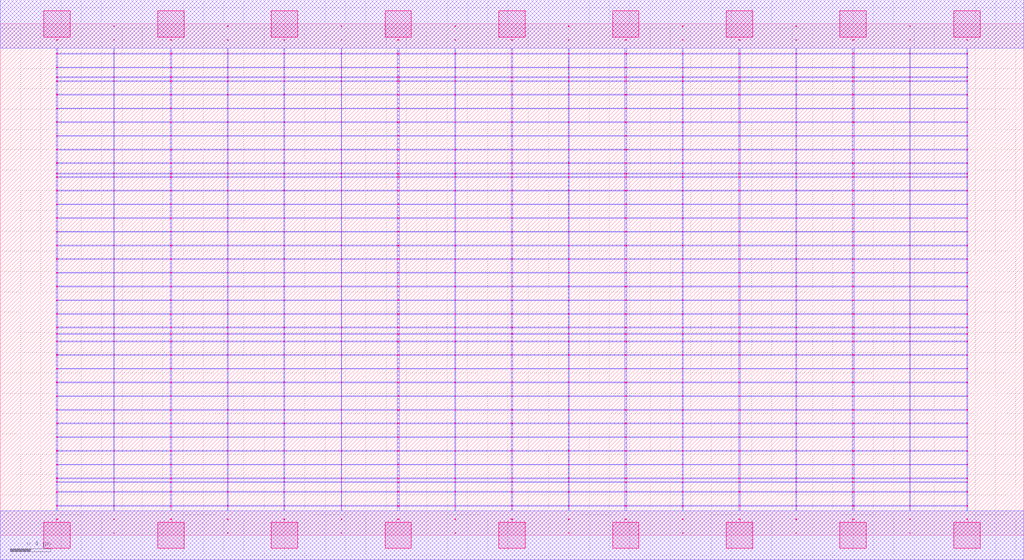
<source format=lef>
MACRO OOAI421_DEBUG
 CLASS CORE ;
 FOREIGN OOAI421_DEBUG 0 0 ;
 SIZE 10.08 BY 5.04 ;
 ORIGIN 0 0 ;
 SYMMETRY X Y R90 ;
 SITE unit ;

 OBS
    LAYER polycont ;
     RECT 5.03100000 2.58300000 5.04900000 2.59100000 ;
     RECT 5.03100000 2.71800000 5.04900000 2.72600000 ;
     RECT 5.03100000 2.85300000 5.04900000 2.86100000 ;
     RECT 5.03100000 2.98800000 5.04900000 2.99600000 ;
     RECT 7.27100000 2.58300000 7.28900000 2.59100000 ;
     RECT 7.83600000 2.58300000 7.84400000 2.59100000 ;
     RECT 8.39100000 2.58300000 8.40900000 2.59100000 ;
     RECT 8.95600000 2.58300000 8.96400000 2.59100000 ;
     RECT 9.51600000 2.58300000 9.52900000 2.59100000 ;
     RECT 5.59600000 2.58300000 5.60400000 2.59100000 ;
     RECT 5.59600000 2.71800000 5.60400000 2.72600000 ;
     RECT 6.15100000 2.71800000 6.16900000 2.72600000 ;
     RECT 6.71600000 2.71800000 6.72400000 2.72600000 ;
     RECT 7.27100000 2.71800000 7.28900000 2.72600000 ;
     RECT 7.83600000 2.71800000 7.84400000 2.72600000 ;
     RECT 8.39100000 2.71800000 8.40900000 2.72600000 ;
     RECT 8.95600000 2.71800000 8.96400000 2.72600000 ;
     RECT 9.51600000 2.71800000 9.52900000 2.72600000 ;
     RECT 6.15100000 2.58300000 6.16900000 2.59100000 ;
     RECT 5.59600000 2.85300000 5.60400000 2.86100000 ;
     RECT 6.15100000 2.85300000 6.16900000 2.86100000 ;
     RECT 6.71600000 2.85300000 6.72400000 2.86100000 ;
     RECT 7.27100000 2.85300000 7.28900000 2.86100000 ;
     RECT 7.83600000 2.85300000 7.84400000 2.86100000 ;
     RECT 8.39100000 2.85300000 8.40900000 2.86100000 ;
     RECT 8.95600000 2.85300000 8.96400000 2.86100000 ;
     RECT 9.51600000 2.85300000 9.52900000 2.86100000 ;
     RECT 6.71600000 2.58300000 6.72400000 2.59100000 ;
     RECT 5.59600000 2.98800000 5.60400000 2.99600000 ;
     RECT 6.15100000 2.98800000 6.16900000 2.99600000 ;
     RECT 6.71600000 2.98800000 6.72400000 2.99600000 ;
     RECT 7.27100000 2.98800000 7.28900000 2.99600000 ;
     RECT 7.83600000 2.98800000 7.84400000 2.99600000 ;
     RECT 8.39100000 2.98800000 8.40900000 2.99600000 ;
     RECT 8.95600000 2.98800000 8.96400000 2.99600000 ;
     RECT 9.51600000 2.98800000 9.52900000 2.99600000 ;
     RECT 1.67600000 2.85300000 1.68900000 2.86100000 ;
     RECT 2.23600000 2.85300000 2.24400000 2.86100000 ;
     RECT 2.79100000 2.85300000 2.80400000 2.86100000 ;
     RECT 3.35600000 2.85300000 3.36400000 2.86100000 ;
     RECT 3.91100000 2.85300000 3.92900000 2.86100000 ;
     RECT 4.47600000 2.85300000 4.48400000 2.86100000 ;
     RECT 1.11600000 2.71800000 1.12400000 2.72600000 ;
     RECT 1.67600000 2.71800000 1.68900000 2.72600000 ;
     RECT 2.23600000 2.71800000 2.24400000 2.72600000 ;
     RECT 2.79100000 2.71800000 2.80400000 2.72600000 ;
     RECT 3.35600000 2.71800000 3.36400000 2.72600000 ;
     RECT 3.91100000 2.71800000 3.92900000 2.72600000 ;
     RECT 4.47600000 2.71800000 4.48400000 2.72600000 ;
     RECT 1.11600000 2.58300000 1.12400000 2.59100000 ;
     RECT 1.67600000 2.58300000 1.68900000 2.59100000 ;
     RECT 0.55100000 2.98800000 0.56400000 2.99600000 ;
     RECT 1.11600000 2.98800000 1.12400000 2.99600000 ;
     RECT 1.67600000 2.98800000 1.68900000 2.99600000 ;
     RECT 2.23600000 2.98800000 2.24400000 2.99600000 ;
     RECT 2.79100000 2.98800000 2.80400000 2.99600000 ;
     RECT 3.35600000 2.98800000 3.36400000 2.99600000 ;
     RECT 3.91100000 2.98800000 3.92900000 2.99600000 ;
     RECT 4.47600000 2.98800000 4.48400000 2.99600000 ;
     RECT 2.23600000 2.58300000 2.24400000 2.59100000 ;
     RECT 2.79100000 2.58300000 2.80400000 2.59100000 ;
     RECT 3.35600000 2.58300000 3.36400000 2.59100000 ;
     RECT 3.91100000 2.58300000 3.92900000 2.59100000 ;
     RECT 4.47600000 2.58300000 4.48400000 2.59100000 ;
     RECT 0.55100000 2.58300000 0.56400000 2.59100000 ;
     RECT 0.55100000 2.71800000 0.56400000 2.72600000 ;
     RECT 0.55100000 2.85300000 0.56400000 2.86100000 ;
     RECT 1.11600000 2.85300000 1.12400000 2.86100000 ;
     RECT 2.23600000 3.12300000 2.24400000 3.13100000 ;
     RECT 2.23600000 3.25800000 2.24400000 3.26600000 ;
     RECT 2.23600000 3.39300000 2.24400000 3.40100000 ;
     RECT 2.23600000 3.52800000 2.24400000 3.53600000 ;
     RECT 2.23600000 3.56100000 2.24400000 3.56900000 ;
     RECT 2.23600000 3.66300000 2.24400000 3.67100000 ;
     RECT 2.23600000 3.79800000 2.24400000 3.80600000 ;
     RECT 2.23600000 3.93300000 2.24400000 3.94100000 ;
     RECT 2.23600000 4.06800000 2.24400000 4.07600000 ;
     RECT 2.23600000 4.20300000 2.24400000 4.21100000 ;
     RECT 2.23600000 4.33800000 2.24400000 4.34600000 ;
     RECT 2.23600000 4.47300000 2.24400000 4.48100000 ;
     RECT 2.23600000 4.51100000 2.24400000 4.51900000 ;
     RECT 2.23600000 4.60800000 2.24400000 4.61600000 ;
     RECT 2.23600000 4.74300000 2.24400000 4.75100000 ;
     RECT 2.23600000 4.87800000 2.24400000 4.88600000 ;
     RECT 8.95600000 0.42300000 8.96400000 0.43100000 ;
     RECT 9.51600000 0.42300000 9.52900000 0.43100000 ;
     RECT 8.95600000 0.52100000 8.96400000 0.52900000 ;
     RECT 9.51600000 0.52100000 9.52900000 0.52900000 ;
     RECT 8.95600000 0.55800000 8.96400000 0.56600000 ;
     RECT 9.51600000 0.55800000 9.52900000 0.56600000 ;
     RECT 8.95600000 0.69300000 8.96400000 0.70100000 ;
     RECT 9.51600000 0.69300000 9.52900000 0.70100000 ;
     RECT 8.95600000 0.82800000 8.96400000 0.83600000 ;
     RECT 9.51600000 0.82800000 9.52900000 0.83600000 ;
     RECT 8.95600000 0.96300000 8.96400000 0.97100000 ;
     RECT 9.51600000 0.96300000 9.52900000 0.97100000 ;
     RECT 8.95600000 1.09800000 8.96400000 1.10600000 ;
     RECT 9.51600000 1.09800000 9.52900000 1.10600000 ;
     RECT 8.95600000 1.23300000 8.96400000 1.24100000 ;
     RECT 9.51600000 1.23300000 9.52900000 1.24100000 ;
     RECT 8.95600000 1.36800000 8.96400000 1.37600000 ;
     RECT 9.51600000 1.36800000 9.52900000 1.37600000 ;
     RECT 8.95600000 1.50300000 8.96400000 1.51100000 ;
     RECT 9.51600000 1.50300000 9.52900000 1.51100000 ;
     RECT 8.95600000 1.63800000 8.96400000 1.64600000 ;
     RECT 9.51600000 1.63800000 9.52900000 1.64600000 ;
     RECT 8.95600000 1.77300000 8.96400000 1.78100000 ;
     RECT 9.51600000 1.77300000 9.52900000 1.78100000 ;
     RECT 8.95600000 1.90800000 8.96400000 1.91600000 ;
     RECT 9.51600000 1.90800000 9.52900000 1.91600000 ;
     RECT 8.95600000 1.98100000 8.96400000 1.98900000 ;
     RECT 9.51600000 1.98100000 9.52900000 1.98900000 ;
     RECT 8.95600000 2.04300000 8.96400000 2.05100000 ;
     RECT 9.51600000 2.04300000 9.52900000 2.05100000 ;
     RECT 8.95600000 2.17800000 8.96400000 2.18600000 ;
     RECT 9.51600000 2.17800000 9.52900000 2.18600000 ;
     RECT 8.95600000 2.31300000 8.96400000 2.32100000 ;
     RECT 9.51600000 2.31300000 9.52900000 2.32100000 ;
     RECT 8.95600000 2.44800000 8.96400000 2.45600000 ;
     RECT 9.51600000 2.44800000 9.52900000 2.45600000 ;
     RECT 8.95600000 0.15300000 8.96400000 0.16100000 ;
     RECT 9.51600000 0.15300000 9.52900000 0.16100000 ;
     RECT 8.95600000 0.28800000 8.96400000 0.29600000 ;
     RECT 9.51600000 0.28800000 9.52900000 0.29600000 ;

    LAYER pdiffc ;
     RECT 0.55100000 3.39300000 0.55900000 3.40100000 ;
     RECT 1.68100000 3.39300000 1.68900000 3.40100000 ;
     RECT 2.79100000 3.39300000 2.79900000 3.40100000 ;
     RECT 9.52100000 3.39300000 9.52900000 3.40100000 ;
     RECT 0.55100000 3.52800000 0.55900000 3.53600000 ;
     RECT 1.68100000 3.52800000 1.68900000 3.53600000 ;
     RECT 2.79100000 3.52800000 2.79900000 3.53600000 ;
     RECT 9.52100000 3.52800000 9.52900000 3.53600000 ;
     RECT 0.55100000 3.56100000 0.55900000 3.56900000 ;
     RECT 1.68100000 3.56100000 1.68900000 3.56900000 ;
     RECT 2.79100000 3.56100000 2.79900000 3.56900000 ;
     RECT 9.52100000 3.56100000 9.52900000 3.56900000 ;
     RECT 0.55100000 3.66300000 0.55900000 3.67100000 ;
     RECT 1.68100000 3.66300000 1.68900000 3.67100000 ;
     RECT 2.79100000 3.66300000 2.79900000 3.67100000 ;
     RECT 9.52100000 3.66300000 9.52900000 3.67100000 ;
     RECT 0.55100000 3.79800000 0.55900000 3.80600000 ;
     RECT 1.68100000 3.79800000 1.68900000 3.80600000 ;
     RECT 2.79100000 3.79800000 2.79900000 3.80600000 ;
     RECT 9.52100000 3.79800000 9.52900000 3.80600000 ;
     RECT 0.55100000 3.93300000 0.55900000 3.94100000 ;
     RECT 1.68100000 3.93300000 1.68900000 3.94100000 ;
     RECT 2.79100000 3.93300000 2.79900000 3.94100000 ;
     RECT 9.52100000 3.93300000 9.52900000 3.94100000 ;
     RECT 0.55100000 4.06800000 0.55900000 4.07600000 ;
     RECT 1.68100000 4.06800000 1.68900000 4.07600000 ;
     RECT 2.79100000 4.06800000 2.79900000 4.07600000 ;
     RECT 9.52100000 4.06800000 9.52900000 4.07600000 ;
     RECT 0.55100000 4.20300000 0.55900000 4.21100000 ;
     RECT 1.68100000 4.20300000 1.68900000 4.21100000 ;
     RECT 2.79100000 4.20300000 2.79900000 4.21100000 ;
     RECT 9.52100000 4.20300000 9.52900000 4.21100000 ;
     RECT 0.55100000 4.33800000 0.55900000 4.34600000 ;
     RECT 1.68100000 4.33800000 1.68900000 4.34600000 ;
     RECT 2.79100000 4.33800000 2.79900000 4.34600000 ;
     RECT 9.52100000 4.33800000 9.52900000 4.34600000 ;
     RECT 0.55100000 4.47300000 0.55900000 4.48100000 ;
     RECT 1.68100000 4.47300000 1.68900000 4.48100000 ;
     RECT 2.79100000 4.47300000 2.79900000 4.48100000 ;
     RECT 9.52100000 4.47300000 9.52900000 4.48100000 ;
     RECT 0.55100000 4.51100000 0.55900000 4.51900000 ;
     RECT 1.68100000 4.51100000 1.68900000 4.51900000 ;
     RECT 2.79100000 4.51100000 2.79900000 4.51900000 ;
     RECT 9.52100000 4.51100000 9.52900000 4.51900000 ;
     RECT 0.55100000 4.60800000 0.55900000 4.61600000 ;
     RECT 1.68100000 4.60800000 1.68900000 4.61600000 ;
     RECT 2.79100000 4.60800000 2.79900000 4.61600000 ;
     RECT 9.52100000 4.60800000 9.52900000 4.61600000 ;

    LAYER ndiffc ;
     RECT 5.03100000 0.42300000 5.04900000 0.43100000 ;
     RECT 6.15100000 0.42300000 6.16900000 0.43100000 ;
     RECT 7.27100000 0.42300000 7.28900000 0.43100000 ;
     RECT 8.39100000 0.42300000 8.40900000 0.43100000 ;
     RECT 5.03100000 0.52100000 5.04900000 0.52900000 ;
     RECT 6.15100000 0.52100000 6.16900000 0.52900000 ;
     RECT 7.27100000 0.52100000 7.28900000 0.52900000 ;
     RECT 8.39100000 0.52100000 8.40900000 0.52900000 ;
     RECT 5.03100000 0.55800000 5.04900000 0.56600000 ;
     RECT 6.15100000 0.55800000 6.16900000 0.56600000 ;
     RECT 7.27100000 0.55800000 7.28900000 0.56600000 ;
     RECT 8.39100000 0.55800000 8.40900000 0.56600000 ;
     RECT 5.03100000 0.69300000 5.04900000 0.70100000 ;
     RECT 6.15100000 0.69300000 6.16900000 0.70100000 ;
     RECT 7.27100000 0.69300000 7.28900000 0.70100000 ;
     RECT 8.39100000 0.69300000 8.40900000 0.70100000 ;
     RECT 5.03100000 0.82800000 5.04900000 0.83600000 ;
     RECT 6.15100000 0.82800000 6.16900000 0.83600000 ;
     RECT 7.27100000 0.82800000 7.28900000 0.83600000 ;
     RECT 8.39100000 0.82800000 8.40900000 0.83600000 ;
     RECT 5.03100000 0.96300000 5.04900000 0.97100000 ;
     RECT 6.15100000 0.96300000 6.16900000 0.97100000 ;
     RECT 7.27100000 0.96300000 7.28900000 0.97100000 ;
     RECT 8.39100000 0.96300000 8.40900000 0.97100000 ;
     RECT 5.03100000 1.09800000 5.04900000 1.10600000 ;
     RECT 6.15100000 1.09800000 6.16900000 1.10600000 ;
     RECT 7.27100000 1.09800000 7.28900000 1.10600000 ;
     RECT 8.39100000 1.09800000 8.40900000 1.10600000 ;
     RECT 5.03100000 1.23300000 5.04900000 1.24100000 ;
     RECT 6.15100000 1.23300000 6.16900000 1.24100000 ;
     RECT 7.27100000 1.23300000 7.28900000 1.24100000 ;
     RECT 8.39100000 1.23300000 8.40900000 1.24100000 ;
     RECT 5.03100000 1.36800000 5.04900000 1.37600000 ;
     RECT 6.15100000 1.36800000 6.16900000 1.37600000 ;
     RECT 7.27100000 1.36800000 7.28900000 1.37600000 ;
     RECT 8.39100000 1.36800000 8.40900000 1.37600000 ;
     RECT 5.03100000 1.50300000 5.04900000 1.51100000 ;
     RECT 6.15100000 1.50300000 6.16900000 1.51100000 ;
     RECT 7.27100000 1.50300000 7.28900000 1.51100000 ;
     RECT 8.39100000 1.50300000 8.40900000 1.51100000 ;
     RECT 5.03100000 1.63800000 5.04900000 1.64600000 ;
     RECT 6.15100000 1.63800000 6.16900000 1.64600000 ;
     RECT 7.27100000 1.63800000 7.28900000 1.64600000 ;
     RECT 8.39100000 1.63800000 8.40900000 1.64600000 ;
     RECT 5.03100000 1.77300000 5.04900000 1.78100000 ;
     RECT 6.15100000 1.77300000 6.16900000 1.78100000 ;
     RECT 7.27100000 1.77300000 7.28900000 1.78100000 ;
     RECT 8.39100000 1.77300000 8.40900000 1.78100000 ;
     RECT 5.03100000 1.90800000 5.04900000 1.91600000 ;
     RECT 6.15100000 1.90800000 6.16900000 1.91600000 ;
     RECT 7.27100000 1.90800000 7.28900000 1.91600000 ;
     RECT 8.39100000 1.90800000 8.40900000 1.91600000 ;
     RECT 5.03100000 1.98100000 5.04900000 1.98900000 ;
     RECT 6.15100000 1.98100000 6.16900000 1.98900000 ;
     RECT 7.27100000 1.98100000 7.28900000 1.98900000 ;
     RECT 8.39100000 1.98100000 8.40900000 1.98900000 ;
     RECT 5.03100000 2.04300000 5.04900000 2.05100000 ;
     RECT 6.15100000 2.04300000 6.16900000 2.05100000 ;
     RECT 7.27100000 2.04300000 7.28900000 2.05100000 ;
     RECT 8.39100000 2.04300000 8.40900000 2.05100000 ;
     RECT 0.55100000 0.42300000 0.56400000 0.43100000 ;
     RECT 1.67600000 0.42300000 1.68900000 0.43100000 ;
     RECT 2.79100000 0.42300000 2.80400000 0.43100000 ;
     RECT 3.91100000 0.42300000 3.92900000 0.43100000 ;
     RECT 0.55100000 1.36800000 0.56400000 1.37600000 ;
     RECT 1.67600000 1.36800000 1.68900000 1.37600000 ;
     RECT 2.79100000 1.36800000 2.80400000 1.37600000 ;
     RECT 3.91100000 1.36800000 3.92900000 1.37600000 ;
     RECT 0.55100000 0.82800000 0.56400000 0.83600000 ;
     RECT 1.67600000 0.82800000 1.68900000 0.83600000 ;
     RECT 2.79100000 0.82800000 2.80400000 0.83600000 ;
     RECT 3.91100000 0.82800000 3.92900000 0.83600000 ;
     RECT 0.55100000 1.50300000 0.56400000 1.51100000 ;
     RECT 1.67600000 1.50300000 1.68900000 1.51100000 ;
     RECT 2.79100000 1.50300000 2.80400000 1.51100000 ;
     RECT 3.91100000 1.50300000 3.92900000 1.51100000 ;
     RECT 0.55100000 0.55800000 0.56400000 0.56600000 ;
     RECT 1.67600000 0.55800000 1.68900000 0.56600000 ;
     RECT 2.79100000 0.55800000 2.80400000 0.56600000 ;
     RECT 3.91100000 0.55800000 3.92900000 0.56600000 ;
     RECT 0.55100000 1.63800000 0.56400000 1.64600000 ;
     RECT 1.67600000 1.63800000 1.68900000 1.64600000 ;
     RECT 2.79100000 1.63800000 2.80400000 1.64600000 ;
     RECT 3.91100000 1.63800000 3.92900000 1.64600000 ;
     RECT 0.55100000 0.96300000 0.56400000 0.97100000 ;
     RECT 1.67600000 0.96300000 1.68900000 0.97100000 ;
     RECT 2.79100000 0.96300000 2.80400000 0.97100000 ;
     RECT 3.91100000 0.96300000 3.92900000 0.97100000 ;
     RECT 0.55100000 1.77300000 0.56400000 1.78100000 ;
     RECT 1.67600000 1.77300000 1.68900000 1.78100000 ;
     RECT 2.79100000 1.77300000 2.80400000 1.78100000 ;
     RECT 3.91100000 1.77300000 3.92900000 1.78100000 ;
     RECT 0.55100000 0.52100000 0.56400000 0.52900000 ;
     RECT 1.67600000 0.52100000 1.68900000 0.52900000 ;
     RECT 2.79100000 0.52100000 2.80400000 0.52900000 ;
     RECT 3.91100000 0.52100000 3.92900000 0.52900000 ;
     RECT 0.55100000 1.90800000 0.56400000 1.91600000 ;
     RECT 1.67600000 1.90800000 1.68900000 1.91600000 ;
     RECT 2.79100000 1.90800000 2.80400000 1.91600000 ;
     RECT 3.91100000 1.90800000 3.92900000 1.91600000 ;
     RECT 0.55100000 1.09800000 0.56400000 1.10600000 ;
     RECT 1.67600000 1.09800000 1.68900000 1.10600000 ;
     RECT 2.79100000 1.09800000 2.80400000 1.10600000 ;
     RECT 3.91100000 1.09800000 3.92900000 1.10600000 ;
     RECT 0.55100000 1.98100000 0.56400000 1.98900000 ;
     RECT 1.67600000 1.98100000 1.68900000 1.98900000 ;
     RECT 2.79100000 1.98100000 2.80400000 1.98900000 ;
     RECT 3.91100000 1.98100000 3.92900000 1.98900000 ;
     RECT 0.55100000 0.69300000 0.56400000 0.70100000 ;
     RECT 1.67600000 0.69300000 1.68900000 0.70100000 ;
     RECT 2.79100000 0.69300000 2.80400000 0.70100000 ;
     RECT 3.91100000 0.69300000 3.92900000 0.70100000 ;
     RECT 0.55100000 2.04300000 0.56400000 2.05100000 ;
     RECT 1.67600000 2.04300000 1.68900000 2.05100000 ;
     RECT 2.79100000 2.04300000 2.80400000 2.05100000 ;
     RECT 3.91100000 2.04300000 3.92900000 2.05100000 ;
     RECT 0.55100000 1.23300000 0.56400000 1.24100000 ;
     RECT 1.67600000 1.23300000 1.68900000 1.24100000 ;
     RECT 2.79100000 1.23300000 2.80400000 1.24100000 ;
     RECT 3.91100000 1.23300000 3.92900000 1.24100000 ;

    LAYER met1 ;
     RECT 0.00000000 -0.24000000 10.08000000 0.24000000 ;
     RECT 5.03100000 0.24000000 5.04900000 0.28800000 ;
     RECT 0.55100000 0.28800000 9.52900000 0.29600000 ;
     RECT 5.03100000 0.29600000 5.04900000 0.42300000 ;
     RECT 0.55100000 0.42300000 9.52900000 0.43100000 ;
     RECT 5.03100000 0.43100000 5.04900000 0.52100000 ;
     RECT 0.55100000 0.52100000 9.52900000 0.52900000 ;
     RECT 5.03100000 0.52900000 5.04900000 0.55800000 ;
     RECT 0.55100000 0.55800000 9.52900000 0.56600000 ;
     RECT 5.03100000 0.56600000 5.04900000 0.69300000 ;
     RECT 0.55100000 0.69300000 9.52900000 0.70100000 ;
     RECT 5.03100000 0.70100000 5.04900000 0.82800000 ;
     RECT 0.55100000 0.82800000 9.52900000 0.83600000 ;
     RECT 5.03100000 0.83600000 5.04900000 0.96300000 ;
     RECT 0.55100000 0.96300000 9.52900000 0.97100000 ;
     RECT 5.03100000 0.97100000 5.04900000 1.09800000 ;
     RECT 0.55100000 1.09800000 9.52900000 1.10600000 ;
     RECT 5.03100000 1.10600000 5.04900000 1.23300000 ;
     RECT 0.55100000 1.23300000 9.52900000 1.24100000 ;
     RECT 5.03100000 1.24100000 5.04900000 1.36800000 ;
     RECT 0.55100000 1.36800000 9.52900000 1.37600000 ;
     RECT 5.03100000 1.37600000 5.04900000 1.50300000 ;
     RECT 0.55100000 1.50300000 9.52900000 1.51100000 ;
     RECT 5.03100000 1.51100000 5.04900000 1.63800000 ;
     RECT 0.55100000 1.63800000 9.52900000 1.64600000 ;
     RECT 5.03100000 1.64600000 5.04900000 1.77300000 ;
     RECT 0.55100000 1.77300000 9.52900000 1.78100000 ;
     RECT 5.03100000 1.78100000 5.04900000 1.90800000 ;
     RECT 0.55100000 1.90800000 9.52900000 1.91600000 ;
     RECT 5.03100000 1.91600000 5.04900000 1.98100000 ;
     RECT 0.55100000 1.98100000 9.52900000 1.98900000 ;
     RECT 5.03100000 1.98900000 5.04900000 2.04300000 ;
     RECT 0.55100000 2.04300000 9.52900000 2.05100000 ;
     RECT 5.03100000 2.05100000 5.04900000 2.17800000 ;
     RECT 0.55100000 2.17800000 9.52900000 2.18600000 ;
     RECT 5.03100000 2.18600000 5.04900000 2.31300000 ;
     RECT 0.55100000 2.31300000 9.52900000 2.32100000 ;
     RECT 5.03100000 2.32100000 5.04900000 2.44800000 ;
     RECT 0.55100000 2.44800000 9.52900000 2.45600000 ;
     RECT 0.55100000 2.45600000 0.56400000 2.58300000 ;
     RECT 1.11600000 2.45600000 1.12400000 2.58300000 ;
     RECT 1.67600000 2.45600000 1.68900000 2.58300000 ;
     RECT 2.23600000 2.45600000 2.24400000 2.58300000 ;
     RECT 2.79100000 2.45600000 2.80400000 2.58300000 ;
     RECT 3.35600000 2.45600000 3.36400000 2.58300000 ;
     RECT 3.91100000 2.45600000 3.92900000 2.58300000 ;
     RECT 4.47600000 2.45600000 4.48400000 2.58300000 ;
     RECT 5.03100000 2.45600000 5.04900000 2.58300000 ;
     RECT 5.59600000 2.45600000 5.60400000 2.58300000 ;
     RECT 6.15100000 2.45600000 6.16900000 2.58300000 ;
     RECT 6.71600000 2.45600000 6.72400000 2.58300000 ;
     RECT 7.27100000 2.45600000 7.28900000 2.58300000 ;
     RECT 7.83600000 2.45600000 7.84400000 2.58300000 ;
     RECT 8.39100000 2.45600000 8.40900000 2.58300000 ;
     RECT 8.95600000 2.45600000 8.96400000 2.58300000 ;
     RECT 9.51600000 2.45600000 9.52900000 2.58300000 ;
     RECT 0.55100000 2.58300000 9.52900000 2.59100000 ;
     RECT 5.03100000 2.59100000 5.04900000 2.71800000 ;
     RECT 0.55100000 2.71800000 9.52900000 2.72600000 ;
     RECT 5.03100000 2.72600000 5.04900000 2.85300000 ;
     RECT 0.55100000 2.85300000 9.52900000 2.86100000 ;
     RECT 5.03100000 2.86100000 5.04900000 2.98800000 ;
     RECT 0.55100000 2.98800000 9.52900000 2.99600000 ;
     RECT 5.03100000 2.99600000 5.04900000 3.12300000 ;
     RECT 0.55100000 3.12300000 9.52900000 3.13100000 ;
     RECT 5.03100000 3.13100000 5.04900000 3.25800000 ;
     RECT 0.55100000 3.25800000 9.52900000 3.26600000 ;
     RECT 5.03100000 3.26600000 5.04900000 3.39300000 ;
     RECT 0.55100000 3.39300000 9.52900000 3.40100000 ;
     RECT 5.03100000 3.40100000 5.04900000 3.52800000 ;
     RECT 0.55100000 3.52800000 9.52900000 3.53600000 ;
     RECT 5.03100000 3.53600000 5.04900000 3.56100000 ;
     RECT 0.55100000 3.56100000 9.52900000 3.56900000 ;
     RECT 5.03100000 3.56900000 5.04900000 3.66300000 ;
     RECT 0.55100000 3.66300000 9.52900000 3.67100000 ;
     RECT 5.03100000 3.67100000 5.04900000 3.79800000 ;
     RECT 0.55100000 3.79800000 9.52900000 3.80600000 ;
     RECT 5.03100000 3.80600000 5.04900000 3.93300000 ;
     RECT 0.55100000 3.93300000 9.52900000 3.94100000 ;
     RECT 5.03100000 3.94100000 5.04900000 4.06800000 ;
     RECT 0.55100000 4.06800000 9.52900000 4.07600000 ;
     RECT 5.03100000 4.07600000 5.04900000 4.20300000 ;
     RECT 0.55100000 4.20300000 9.52900000 4.21100000 ;
     RECT 5.03100000 4.21100000 5.04900000 4.33800000 ;
     RECT 0.55100000 4.33800000 9.52900000 4.34600000 ;
     RECT 5.03100000 4.34600000 5.04900000 4.47300000 ;
     RECT 0.55100000 4.47300000 9.52900000 4.48100000 ;
     RECT 5.03100000 4.48100000 5.04900000 4.51100000 ;
     RECT 0.55100000 4.51100000 9.52900000 4.51900000 ;
     RECT 5.03100000 4.51900000 5.04900000 4.60800000 ;
     RECT 0.55100000 4.60800000 9.52900000 4.61600000 ;
     RECT 5.03100000 4.61600000 5.04900000 4.74300000 ;
     RECT 0.55100000 4.74300000 9.52900000 4.75100000 ;
     RECT 5.03100000 4.75100000 5.04900000 4.80000000 ;
     RECT 0.00000000 4.80000000 10.08000000 5.28000000 ;
     RECT 5.59600000 3.80600000 5.60400000 3.93300000 ;
     RECT 6.15100000 3.80600000 6.16900000 3.93300000 ;
     RECT 6.71600000 3.80600000 6.72400000 3.93300000 ;
     RECT 7.27100000 3.80600000 7.28900000 3.93300000 ;
     RECT 7.83600000 3.80600000 7.84400000 3.93300000 ;
     RECT 8.39100000 3.80600000 8.40900000 3.93300000 ;
     RECT 8.95600000 3.80600000 8.96400000 3.93300000 ;
     RECT 9.51600000 3.80600000 9.52900000 3.93300000 ;
     RECT 7.83600000 3.94100000 7.84400000 4.06800000 ;
     RECT 8.39100000 3.94100000 8.40900000 4.06800000 ;
     RECT 8.95600000 3.94100000 8.96400000 4.06800000 ;
     RECT 9.51600000 3.94100000 9.52900000 4.06800000 ;
     RECT 7.83600000 4.07600000 7.84400000 4.20300000 ;
     RECT 8.39100000 4.07600000 8.40900000 4.20300000 ;
     RECT 8.95600000 4.07600000 8.96400000 4.20300000 ;
     RECT 9.51600000 4.07600000 9.52900000 4.20300000 ;
     RECT 7.83600000 4.21100000 7.84400000 4.33800000 ;
     RECT 8.39100000 4.21100000 8.40900000 4.33800000 ;
     RECT 8.95600000 4.21100000 8.96400000 4.33800000 ;
     RECT 9.51600000 4.21100000 9.52900000 4.33800000 ;
     RECT 7.83600000 4.34600000 7.84400000 4.47300000 ;
     RECT 8.39100000 4.34600000 8.40900000 4.47300000 ;
     RECT 8.95600000 4.34600000 8.96400000 4.47300000 ;
     RECT 9.51600000 4.34600000 9.52900000 4.47300000 ;
     RECT 7.83600000 4.48100000 7.84400000 4.51100000 ;
     RECT 8.39100000 4.48100000 8.40900000 4.51100000 ;
     RECT 8.95600000 4.48100000 8.96400000 4.51100000 ;
     RECT 9.51600000 4.48100000 9.52900000 4.51100000 ;
     RECT 7.83600000 4.51900000 7.84400000 4.60800000 ;
     RECT 8.39100000 4.51900000 8.40900000 4.60800000 ;
     RECT 8.95600000 4.51900000 8.96400000 4.60800000 ;
     RECT 9.51600000 4.51900000 9.52900000 4.60800000 ;
     RECT 7.83600000 4.61600000 7.84400000 4.74300000 ;
     RECT 8.39100000 4.61600000 8.40900000 4.74300000 ;
     RECT 8.95600000 4.61600000 8.96400000 4.74300000 ;
     RECT 9.51600000 4.61600000 9.52900000 4.74300000 ;
     RECT 7.83600000 4.75100000 7.84400000 4.80000000 ;
     RECT 8.39100000 4.75100000 8.40900000 4.80000000 ;
     RECT 8.95600000 4.75100000 8.96400000 4.80000000 ;
     RECT 9.51600000 4.75100000 9.52900000 4.80000000 ;
     RECT 5.59600000 4.48100000 5.60400000 4.51100000 ;
     RECT 6.15100000 4.48100000 6.16900000 4.51100000 ;
     RECT 6.71600000 4.48100000 6.72400000 4.51100000 ;
     RECT 7.27100000 4.48100000 7.28900000 4.51100000 ;
     RECT 5.59600000 4.21100000 5.60400000 4.33800000 ;
     RECT 6.15100000 4.21100000 6.16900000 4.33800000 ;
     RECT 6.71600000 4.21100000 6.72400000 4.33800000 ;
     RECT 7.27100000 4.21100000 7.28900000 4.33800000 ;
     RECT 5.59600000 4.51900000 5.60400000 4.60800000 ;
     RECT 6.15100000 4.51900000 6.16900000 4.60800000 ;
     RECT 6.71600000 4.51900000 6.72400000 4.60800000 ;
     RECT 7.27100000 4.51900000 7.28900000 4.60800000 ;
     RECT 5.59600000 4.07600000 5.60400000 4.20300000 ;
     RECT 6.15100000 4.07600000 6.16900000 4.20300000 ;
     RECT 6.71600000 4.07600000 6.72400000 4.20300000 ;
     RECT 7.27100000 4.07600000 7.28900000 4.20300000 ;
     RECT 5.59600000 4.61600000 5.60400000 4.74300000 ;
     RECT 6.15100000 4.61600000 6.16900000 4.74300000 ;
     RECT 6.71600000 4.61600000 6.72400000 4.74300000 ;
     RECT 7.27100000 4.61600000 7.28900000 4.74300000 ;
     RECT 5.59600000 4.34600000 5.60400000 4.47300000 ;
     RECT 6.15100000 4.34600000 6.16900000 4.47300000 ;
     RECT 6.71600000 4.34600000 6.72400000 4.47300000 ;
     RECT 7.27100000 4.34600000 7.28900000 4.47300000 ;
     RECT 5.59600000 4.75100000 5.60400000 4.80000000 ;
     RECT 6.15100000 4.75100000 6.16900000 4.80000000 ;
     RECT 6.71600000 4.75100000 6.72400000 4.80000000 ;
     RECT 7.27100000 4.75100000 7.28900000 4.80000000 ;
     RECT 5.59600000 3.94100000 5.60400000 4.06800000 ;
     RECT 6.15100000 3.94100000 6.16900000 4.06800000 ;
     RECT 6.71600000 3.94100000 6.72400000 4.06800000 ;
     RECT 7.27100000 3.94100000 7.28900000 4.06800000 ;
     RECT 5.59600000 2.59100000 5.60400000 2.71800000 ;
     RECT 6.15100000 2.59100000 6.16900000 2.71800000 ;
     RECT 5.59600000 3.26600000 5.60400000 3.39300000 ;
     RECT 6.15100000 3.26600000 6.16900000 3.39300000 ;
     RECT 5.59600000 2.86100000 5.60400000 2.98800000 ;
     RECT 6.15100000 2.86100000 6.16900000 2.98800000 ;
     RECT 6.71600000 3.26600000 6.72400000 3.39300000 ;
     RECT 7.27100000 3.26600000 7.28900000 3.39300000 ;
     RECT 5.59600000 2.72600000 5.60400000 2.85300000 ;
     RECT 6.15100000 2.72600000 6.16900000 2.85300000 ;
     RECT 5.59600000 3.40100000 5.60400000 3.52800000 ;
     RECT 6.15100000 3.40100000 6.16900000 3.52800000 ;
     RECT 5.59600000 2.99600000 5.60400000 3.12300000 ;
     RECT 6.15100000 2.99600000 6.16900000 3.12300000 ;
     RECT 6.71600000 3.40100000 6.72400000 3.52800000 ;
     RECT 7.27100000 3.40100000 7.28900000 3.52800000 ;
     RECT 6.71600000 2.86100000 6.72400000 2.98800000 ;
     RECT 7.27100000 2.86100000 7.28900000 2.98800000 ;
     RECT 6.71600000 2.72600000 6.72400000 2.85300000 ;
     RECT 7.27100000 2.72600000 7.28900000 2.85300000 ;
     RECT 5.59600000 3.53600000 5.60400000 3.56100000 ;
     RECT 6.15100000 3.53600000 6.16900000 3.56100000 ;
     RECT 6.71600000 2.99600000 6.72400000 3.12300000 ;
     RECT 7.27100000 2.99600000 7.28900000 3.12300000 ;
     RECT 6.71600000 3.53600000 6.72400000 3.56100000 ;
     RECT 7.27100000 3.53600000 7.28900000 3.56100000 ;
     RECT 5.59600000 3.56900000 5.60400000 3.66300000 ;
     RECT 6.15100000 3.56900000 6.16900000 3.66300000 ;
     RECT 6.71600000 3.56900000 6.72400000 3.66300000 ;
     RECT 7.27100000 3.56900000 7.28900000 3.66300000 ;
     RECT 5.59600000 3.67100000 5.60400000 3.79800000 ;
     RECT 6.15100000 3.67100000 6.16900000 3.79800000 ;
     RECT 6.71600000 3.67100000 6.72400000 3.79800000 ;
     RECT 7.27100000 3.67100000 7.28900000 3.79800000 ;
     RECT 6.71600000 2.59100000 6.72400000 2.71800000 ;
     RECT 7.27100000 2.59100000 7.28900000 2.71800000 ;
     RECT 5.59600000 3.13100000 5.60400000 3.25800000 ;
     RECT 6.15100000 3.13100000 6.16900000 3.25800000 ;
     RECT 6.71600000 3.13100000 6.72400000 3.25800000 ;
     RECT 7.27100000 3.13100000 7.28900000 3.25800000 ;
     RECT 8.39100000 2.59100000 8.40900000 2.71800000 ;
     RECT 9.51600000 2.99600000 9.52900000 3.12300000 ;
     RECT 7.83600000 3.13100000 7.84400000 3.25800000 ;
     RECT 7.83600000 3.56900000 7.84400000 3.66300000 ;
     RECT 8.39100000 3.56900000 8.40900000 3.66300000 ;
     RECT 8.95600000 3.56900000 8.96400000 3.66300000 ;
     RECT 9.51600000 3.56900000 9.52900000 3.66300000 ;
     RECT 8.95600000 2.72600000 8.96400000 2.85300000 ;
     RECT 9.51600000 2.72600000 9.52900000 2.85300000 ;
     RECT 8.39100000 3.13100000 8.40900000 3.25800000 ;
     RECT 7.83600000 3.40100000 7.84400000 3.52800000 ;
     RECT 8.39100000 3.40100000 8.40900000 3.52800000 ;
     RECT 8.95600000 3.40100000 8.96400000 3.52800000 ;
     RECT 7.83600000 3.67100000 7.84400000 3.79800000 ;
     RECT 8.39100000 3.67100000 8.40900000 3.79800000 ;
     RECT 8.95600000 3.67100000 8.96400000 3.79800000 ;
     RECT 7.83600000 2.86100000 7.84400000 2.98800000 ;
     RECT 8.39100000 2.86100000 8.40900000 2.98800000 ;
     RECT 9.51600000 3.67100000 9.52900000 3.79800000 ;
     RECT 9.51600000 3.40100000 9.52900000 3.52800000 ;
     RECT 8.95600000 3.13100000 8.96400000 3.25800000 ;
     RECT 7.83600000 3.26600000 7.84400000 3.39300000 ;
     RECT 8.39100000 3.26600000 8.40900000 3.39300000 ;
     RECT 8.95600000 3.26600000 8.96400000 3.39300000 ;
     RECT 9.51600000 3.26600000 9.52900000 3.39300000 ;
     RECT 9.51600000 3.13100000 9.52900000 3.25800000 ;
     RECT 8.95600000 2.86100000 8.96400000 2.98800000 ;
     RECT 9.51600000 2.86100000 9.52900000 2.98800000 ;
     RECT 7.83600000 3.53600000 7.84400000 3.56100000 ;
     RECT 7.83600000 2.99600000 7.84400000 3.12300000 ;
     RECT 8.39100000 2.99600000 8.40900000 3.12300000 ;
     RECT 8.39100000 3.53600000 8.40900000 3.56100000 ;
     RECT 8.95600000 3.53600000 8.96400000 3.56100000 ;
     RECT 9.51600000 3.53600000 9.52900000 3.56100000 ;
     RECT 7.83600000 2.72600000 7.84400000 2.85300000 ;
     RECT 8.39100000 2.72600000 8.40900000 2.85300000 ;
     RECT 8.95600000 2.59100000 8.96400000 2.71800000 ;
     RECT 9.51600000 2.59100000 9.52900000 2.71800000 ;
     RECT 7.83600000 2.59100000 7.84400000 2.71800000 ;
     RECT 8.95600000 2.99600000 8.96400000 3.12300000 ;
     RECT 0.55100000 3.80600000 0.56400000 3.93300000 ;
     RECT 1.11600000 3.80600000 1.12400000 3.93300000 ;
     RECT 1.67600000 3.80600000 1.68900000 3.93300000 ;
     RECT 2.23600000 3.80600000 2.24400000 3.93300000 ;
     RECT 2.79100000 3.80600000 2.80400000 3.93300000 ;
     RECT 3.35600000 3.80600000 3.36400000 3.93300000 ;
     RECT 3.91100000 3.80600000 3.92900000 3.93300000 ;
     RECT 4.47600000 3.80600000 4.48400000 3.93300000 ;
     RECT 2.79100000 4.21100000 2.80400000 4.33800000 ;
     RECT 3.35600000 4.21100000 3.36400000 4.33800000 ;
     RECT 3.91100000 4.21100000 3.92900000 4.33800000 ;
     RECT 4.47600000 4.21100000 4.48400000 4.33800000 ;
     RECT 2.79100000 4.34600000 2.80400000 4.47300000 ;
     RECT 3.35600000 4.34600000 3.36400000 4.47300000 ;
     RECT 3.91100000 4.34600000 3.92900000 4.47300000 ;
     RECT 4.47600000 4.34600000 4.48400000 4.47300000 ;
     RECT 2.79100000 4.48100000 2.80400000 4.51100000 ;
     RECT 3.35600000 4.48100000 3.36400000 4.51100000 ;
     RECT 3.91100000 4.48100000 3.92900000 4.51100000 ;
     RECT 4.47600000 4.48100000 4.48400000 4.51100000 ;
     RECT 2.79100000 4.51900000 2.80400000 4.60800000 ;
     RECT 3.35600000 4.51900000 3.36400000 4.60800000 ;
     RECT 3.91100000 4.51900000 3.92900000 4.60800000 ;
     RECT 4.47600000 4.51900000 4.48400000 4.60800000 ;
     RECT 2.79100000 4.61600000 2.80400000 4.74300000 ;
     RECT 3.35600000 4.61600000 3.36400000 4.74300000 ;
     RECT 3.91100000 4.61600000 3.92900000 4.74300000 ;
     RECT 4.47600000 4.61600000 4.48400000 4.74300000 ;
     RECT 2.79100000 4.75100000 2.80400000 4.80000000 ;
     RECT 3.35600000 4.75100000 3.36400000 4.80000000 ;
     RECT 3.91100000 4.75100000 3.92900000 4.80000000 ;
     RECT 4.47600000 4.75100000 4.48400000 4.80000000 ;
     RECT 2.79100000 3.94100000 2.80400000 4.06800000 ;
     RECT 3.35600000 3.94100000 3.36400000 4.06800000 ;
     RECT 3.91100000 3.94100000 3.92900000 4.06800000 ;
     RECT 4.47600000 3.94100000 4.48400000 4.06800000 ;
     RECT 2.79100000 4.07600000 2.80400000 4.20300000 ;
     RECT 3.35600000 4.07600000 3.36400000 4.20300000 ;
     RECT 3.91100000 4.07600000 3.92900000 4.20300000 ;
     RECT 4.47600000 4.07600000 4.48400000 4.20300000 ;
     RECT 0.55100000 4.51900000 0.56400000 4.60800000 ;
     RECT 1.11600000 4.51900000 1.12400000 4.60800000 ;
     RECT 1.67600000 4.51900000 1.68900000 4.60800000 ;
     RECT 2.23600000 4.51900000 2.24400000 4.60800000 ;
     RECT 0.55100000 4.07600000 0.56400000 4.20300000 ;
     RECT 1.11600000 4.07600000 1.12400000 4.20300000 ;
     RECT 1.67600000 4.07600000 1.68900000 4.20300000 ;
     RECT 2.23600000 4.07600000 2.24400000 4.20300000 ;
     RECT 0.55100000 4.61600000 0.56400000 4.74300000 ;
     RECT 1.11600000 4.61600000 1.12400000 4.74300000 ;
     RECT 1.67600000 4.61600000 1.68900000 4.74300000 ;
     RECT 2.23600000 4.61600000 2.24400000 4.74300000 ;
     RECT 0.55100000 4.34600000 0.56400000 4.47300000 ;
     RECT 1.11600000 4.34600000 1.12400000 4.47300000 ;
     RECT 1.67600000 4.34600000 1.68900000 4.47300000 ;
     RECT 2.23600000 4.34600000 2.24400000 4.47300000 ;
     RECT 0.55100000 4.75100000 0.56400000 4.80000000 ;
     RECT 1.11600000 4.75100000 1.12400000 4.80000000 ;
     RECT 1.67600000 4.75100000 1.68900000 4.80000000 ;
     RECT 2.23600000 4.75100000 2.24400000 4.80000000 ;
     RECT 0.55100000 3.94100000 0.56400000 4.06800000 ;
     RECT 1.11600000 3.94100000 1.12400000 4.06800000 ;
     RECT 1.67600000 3.94100000 1.68900000 4.06800000 ;
     RECT 2.23600000 3.94100000 2.24400000 4.06800000 ;
     RECT 0.55100000 4.48100000 0.56400000 4.51100000 ;
     RECT 1.11600000 4.48100000 1.12400000 4.51100000 ;
     RECT 1.67600000 4.48100000 1.68900000 4.51100000 ;
     RECT 2.23600000 4.48100000 2.24400000 4.51100000 ;
     RECT 0.55100000 4.21100000 0.56400000 4.33800000 ;
     RECT 1.11600000 4.21100000 1.12400000 4.33800000 ;
     RECT 1.67600000 4.21100000 1.68900000 4.33800000 ;
     RECT 2.23600000 4.21100000 2.24400000 4.33800000 ;
     RECT 1.67600000 2.86100000 1.68900000 2.98800000 ;
     RECT 2.23600000 2.86100000 2.24400000 2.98800000 ;
     RECT 0.55100000 3.13100000 0.56400000 3.25800000 ;
     RECT 1.11600000 3.13100000 1.12400000 3.25800000 ;
     RECT 1.67600000 3.13100000 1.68900000 3.25800000 ;
     RECT 2.23600000 3.13100000 2.24400000 3.25800000 ;
     RECT 0.55100000 3.67100000 0.56400000 3.79800000 ;
     RECT 1.11600000 3.67100000 1.12400000 3.79800000 ;
     RECT 1.67600000 3.67100000 1.68900000 3.79800000 ;
     RECT 2.23600000 3.67100000 2.24400000 3.79800000 ;
     RECT 0.55100000 2.59100000 0.56400000 2.71800000 ;
     RECT 1.11600000 2.59100000 1.12400000 2.71800000 ;
     RECT 0.55100000 2.72600000 0.56400000 2.85300000 ;
     RECT 1.11600000 2.72600000 1.12400000 2.85300000 ;
     RECT 0.55100000 2.86100000 0.56400000 2.98800000 ;
     RECT 1.11600000 2.86100000 1.12400000 2.98800000 ;
     RECT 0.55100000 3.53600000 0.56400000 3.56100000 ;
     RECT 1.11600000 3.53600000 1.12400000 3.56100000 ;
     RECT 0.55100000 3.26600000 0.56400000 3.39300000 ;
     RECT 1.11600000 3.26600000 1.12400000 3.39300000 ;
     RECT 1.67600000 3.26600000 1.68900000 3.39300000 ;
     RECT 2.23600000 3.26600000 2.24400000 3.39300000 ;
     RECT 1.67600000 2.59100000 1.68900000 2.71800000 ;
     RECT 2.23600000 2.59100000 2.24400000 2.71800000 ;
     RECT 0.55100000 3.56900000 0.56400000 3.66300000 ;
     RECT 1.11600000 3.56900000 1.12400000 3.66300000 ;
     RECT 1.67600000 3.56900000 1.68900000 3.66300000 ;
     RECT 2.23600000 3.56900000 2.24400000 3.66300000 ;
     RECT 1.67600000 3.53600000 1.68900000 3.56100000 ;
     RECT 2.23600000 3.53600000 2.24400000 3.56100000 ;
     RECT 1.67600000 2.99600000 1.68900000 3.12300000 ;
     RECT 2.23600000 2.99600000 2.24400000 3.12300000 ;
     RECT 0.55100000 3.40100000 0.56400000 3.52800000 ;
     RECT 1.11600000 3.40100000 1.12400000 3.52800000 ;
     RECT 0.55100000 2.99600000 0.56400000 3.12300000 ;
     RECT 1.11600000 2.99600000 1.12400000 3.12300000 ;
     RECT 1.67600000 2.72600000 1.68900000 2.85300000 ;
     RECT 2.23600000 2.72600000 2.24400000 2.85300000 ;
     RECT 1.67600000 3.40100000 1.68900000 3.52800000 ;
     RECT 2.23600000 3.40100000 2.24400000 3.52800000 ;
     RECT 2.79100000 3.67100000 2.80400000 3.79800000 ;
     RECT 3.35600000 3.67100000 3.36400000 3.79800000 ;
     RECT 3.91100000 3.67100000 3.92900000 3.79800000 ;
     RECT 4.47600000 3.67100000 4.48400000 3.79800000 ;
     RECT 2.79100000 3.40100000 2.80400000 3.52800000 ;
     RECT 3.35600000 3.40100000 3.36400000 3.52800000 ;
     RECT 3.91100000 3.40100000 3.92900000 3.52800000 ;
     RECT 4.47600000 3.40100000 4.48400000 3.52800000 ;
     RECT 2.79100000 3.53600000 2.80400000 3.56100000 ;
     RECT 3.35600000 3.53600000 3.36400000 3.56100000 ;
     RECT 3.91100000 3.56900000 3.92900000 3.66300000 ;
     RECT 4.47600000 3.56900000 4.48400000 3.66300000 ;
     RECT 2.79100000 2.86100000 2.80400000 2.98800000 ;
     RECT 3.35600000 2.86100000 3.36400000 2.98800000 ;
     RECT 3.91100000 2.86100000 3.92900000 2.98800000 ;
     RECT 4.47600000 2.86100000 4.48400000 2.98800000 ;
     RECT 2.79100000 3.26600000 2.80400000 3.39300000 ;
     RECT 3.35600000 3.26600000 3.36400000 3.39300000 ;
     RECT 3.91100000 3.26600000 3.92900000 3.39300000 ;
     RECT 4.47600000 3.26600000 4.48400000 3.39300000 ;
     RECT 3.91100000 3.53600000 3.92900000 3.56100000 ;
     RECT 4.47600000 3.53600000 4.48400000 3.56100000 ;
     RECT 2.79100000 2.72600000 2.80400000 2.85300000 ;
     RECT 3.35600000 2.72600000 3.36400000 2.85300000 ;
     RECT 2.79100000 3.13100000 2.80400000 3.25800000 ;
     RECT 3.35600000 3.13100000 3.36400000 3.25800000 ;
     RECT 3.91100000 3.13100000 3.92900000 3.25800000 ;
     RECT 4.47600000 3.13100000 4.48400000 3.25800000 ;
     RECT 3.91100000 2.99600000 3.92900000 3.12300000 ;
     RECT 4.47600000 2.99600000 4.48400000 3.12300000 ;
     RECT 3.91100000 2.59100000 3.92900000 2.71800000 ;
     RECT 4.47600000 2.59100000 4.48400000 2.71800000 ;
     RECT 3.91100000 2.72600000 3.92900000 2.85300000 ;
     RECT 4.47600000 2.72600000 4.48400000 2.85300000 ;
     RECT 2.79100000 3.56900000 2.80400000 3.66300000 ;
     RECT 3.35600000 3.56900000 3.36400000 3.66300000 ;
     RECT 2.79100000 2.99600000 2.80400000 3.12300000 ;
     RECT 3.35600000 2.99600000 3.36400000 3.12300000 ;
     RECT 2.79100000 2.59100000 2.80400000 2.71800000 ;
     RECT 3.35600000 2.59100000 3.36400000 2.71800000 ;
     RECT 0.55100000 1.10600000 0.56400000 1.23300000 ;
     RECT 1.11600000 1.10600000 1.12400000 1.23300000 ;
     RECT 1.67600000 1.10600000 1.68900000 1.23300000 ;
     RECT 2.23600000 1.10600000 2.24400000 1.23300000 ;
     RECT 2.79100000 1.10600000 2.80400000 1.23300000 ;
     RECT 3.35600000 1.10600000 3.36400000 1.23300000 ;
     RECT 3.91100000 1.10600000 3.92900000 1.23300000 ;
     RECT 4.47600000 1.10600000 4.48400000 1.23300000 ;
     RECT 2.79100000 1.51100000 2.80400000 1.63800000 ;
     RECT 3.35600000 1.51100000 3.36400000 1.63800000 ;
     RECT 3.91100000 1.51100000 3.92900000 1.63800000 ;
     RECT 4.47600000 1.51100000 4.48400000 1.63800000 ;
     RECT 2.79100000 1.64600000 2.80400000 1.77300000 ;
     RECT 3.35600000 1.64600000 3.36400000 1.77300000 ;
     RECT 3.91100000 1.64600000 3.92900000 1.77300000 ;
     RECT 4.47600000 1.64600000 4.48400000 1.77300000 ;
     RECT 2.79100000 1.78100000 2.80400000 1.90800000 ;
     RECT 3.35600000 1.78100000 3.36400000 1.90800000 ;
     RECT 3.91100000 1.78100000 3.92900000 1.90800000 ;
     RECT 4.47600000 1.78100000 4.48400000 1.90800000 ;
     RECT 2.79100000 1.91600000 2.80400000 1.98100000 ;
     RECT 3.35600000 1.91600000 3.36400000 1.98100000 ;
     RECT 3.91100000 1.91600000 3.92900000 1.98100000 ;
     RECT 4.47600000 1.91600000 4.48400000 1.98100000 ;
     RECT 2.79100000 1.98900000 2.80400000 2.04300000 ;
     RECT 3.35600000 1.98900000 3.36400000 2.04300000 ;
     RECT 3.91100000 1.98900000 3.92900000 2.04300000 ;
     RECT 4.47600000 1.98900000 4.48400000 2.04300000 ;
     RECT 2.79100000 2.05100000 2.80400000 2.17800000 ;
     RECT 3.35600000 2.05100000 3.36400000 2.17800000 ;
     RECT 3.91100000 2.05100000 3.92900000 2.17800000 ;
     RECT 4.47600000 2.05100000 4.48400000 2.17800000 ;
     RECT 2.79100000 2.18600000 2.80400000 2.31300000 ;
     RECT 3.35600000 2.18600000 3.36400000 2.31300000 ;
     RECT 3.91100000 2.18600000 3.92900000 2.31300000 ;
     RECT 4.47600000 2.18600000 4.48400000 2.31300000 ;
     RECT 2.79100000 2.32100000 2.80400000 2.44800000 ;
     RECT 3.35600000 2.32100000 3.36400000 2.44800000 ;
     RECT 3.91100000 2.32100000 3.92900000 2.44800000 ;
     RECT 4.47600000 2.32100000 4.48400000 2.44800000 ;
     RECT 2.79100000 1.24100000 2.80400000 1.36800000 ;
     RECT 3.35600000 1.24100000 3.36400000 1.36800000 ;
     RECT 3.91100000 1.24100000 3.92900000 1.36800000 ;
     RECT 4.47600000 1.24100000 4.48400000 1.36800000 ;
     RECT 2.79100000 1.37600000 2.80400000 1.50300000 ;
     RECT 3.35600000 1.37600000 3.36400000 1.50300000 ;
     RECT 3.91100000 1.37600000 3.92900000 1.50300000 ;
     RECT 4.47600000 1.37600000 4.48400000 1.50300000 ;
     RECT 0.55100000 1.51100000 0.56400000 1.63800000 ;
     RECT 1.11600000 1.51100000 1.12400000 1.63800000 ;
     RECT 1.67600000 1.51100000 1.68900000 1.63800000 ;
     RECT 2.23600000 1.51100000 2.24400000 1.63800000 ;
     RECT 0.55100000 2.05100000 0.56400000 2.17800000 ;
     RECT 1.11600000 2.05100000 1.12400000 2.17800000 ;
     RECT 1.67600000 2.05100000 1.68900000 2.17800000 ;
     RECT 2.23600000 2.05100000 2.24400000 2.17800000 ;
     RECT 0.55100000 1.78100000 0.56400000 1.90800000 ;
     RECT 1.11600000 1.78100000 1.12400000 1.90800000 ;
     RECT 1.67600000 1.78100000 1.68900000 1.90800000 ;
     RECT 2.23600000 1.78100000 2.24400000 1.90800000 ;
     RECT 0.55100000 2.18600000 0.56400000 2.31300000 ;
     RECT 1.11600000 2.18600000 1.12400000 2.31300000 ;
     RECT 1.67600000 2.18600000 1.68900000 2.31300000 ;
     RECT 2.23600000 2.18600000 2.24400000 2.31300000 ;
     RECT 0.55100000 1.37600000 0.56400000 1.50300000 ;
     RECT 1.11600000 1.37600000 1.12400000 1.50300000 ;
     RECT 1.67600000 1.37600000 1.68900000 1.50300000 ;
     RECT 2.23600000 1.37600000 2.24400000 1.50300000 ;
     RECT 0.55100000 2.32100000 0.56400000 2.44800000 ;
     RECT 1.11600000 2.32100000 1.12400000 2.44800000 ;
     RECT 1.67600000 2.32100000 1.68900000 2.44800000 ;
     RECT 2.23600000 2.32100000 2.24400000 2.44800000 ;
     RECT 0.55100000 1.91600000 0.56400000 1.98100000 ;
     RECT 1.11600000 1.91600000 1.12400000 1.98100000 ;
     RECT 1.67600000 1.91600000 1.68900000 1.98100000 ;
     RECT 2.23600000 1.91600000 2.24400000 1.98100000 ;
     RECT 0.55100000 1.64600000 0.56400000 1.77300000 ;
     RECT 1.11600000 1.64600000 1.12400000 1.77300000 ;
     RECT 1.67600000 1.64600000 1.68900000 1.77300000 ;
     RECT 2.23600000 1.64600000 2.24400000 1.77300000 ;
     RECT 0.55100000 1.98900000 0.56400000 2.04300000 ;
     RECT 1.11600000 1.98900000 1.12400000 2.04300000 ;
     RECT 1.67600000 1.98900000 1.68900000 2.04300000 ;
     RECT 2.23600000 1.98900000 2.24400000 2.04300000 ;
     RECT 0.55100000 1.24100000 0.56400000 1.36800000 ;
     RECT 1.11600000 1.24100000 1.12400000 1.36800000 ;
     RECT 1.67600000 1.24100000 1.68900000 1.36800000 ;
     RECT 2.23600000 1.24100000 2.24400000 1.36800000 ;
     RECT 1.67600000 0.56600000 1.68900000 0.69300000 ;
     RECT 2.23600000 0.56600000 2.24400000 0.69300000 ;
     RECT 0.55100000 0.24000000 0.56400000 0.28800000 ;
     RECT 1.11600000 0.24000000 1.12400000 0.28800000 ;
     RECT 0.55100000 0.70100000 0.56400000 0.82800000 ;
     RECT 1.11600000 0.70100000 1.12400000 0.82800000 ;
     RECT 1.67600000 0.70100000 1.68900000 0.82800000 ;
     RECT 2.23600000 0.70100000 2.24400000 0.82800000 ;
     RECT 0.55100000 0.29600000 0.56400000 0.42300000 ;
     RECT 1.11600000 0.29600000 1.12400000 0.42300000 ;
     RECT 0.55100000 0.83600000 0.56400000 0.96300000 ;
     RECT 1.11600000 0.83600000 1.12400000 0.96300000 ;
     RECT 1.67600000 0.83600000 1.68900000 0.96300000 ;
     RECT 2.23600000 0.83600000 2.24400000 0.96300000 ;
     RECT 1.67600000 0.29600000 1.68900000 0.42300000 ;
     RECT 2.23600000 0.29600000 2.24400000 0.42300000 ;
     RECT 0.55100000 0.97100000 0.56400000 1.09800000 ;
     RECT 1.11600000 0.97100000 1.12400000 1.09800000 ;
     RECT 1.67600000 0.97100000 1.68900000 1.09800000 ;
     RECT 2.23600000 0.97100000 2.24400000 1.09800000 ;
     RECT 0.55100000 0.52900000 0.56400000 0.55800000 ;
     RECT 1.11600000 0.52900000 1.12400000 0.55800000 ;
     RECT 1.67600000 0.52900000 1.68900000 0.55800000 ;
     RECT 2.23600000 0.52900000 2.24400000 0.55800000 ;
     RECT 0.55100000 0.43100000 0.56400000 0.52100000 ;
     RECT 1.11600000 0.43100000 1.12400000 0.52100000 ;
     RECT 1.67600000 0.43100000 1.68900000 0.52100000 ;
     RECT 2.23600000 0.43100000 2.24400000 0.52100000 ;
     RECT 1.67600000 0.24000000 1.68900000 0.28800000 ;
     RECT 2.23600000 0.24000000 2.24400000 0.28800000 ;
     RECT 0.55100000 0.56600000 0.56400000 0.69300000 ;
     RECT 1.11600000 0.56600000 1.12400000 0.69300000 ;
     RECT 2.79100000 0.43100000 2.80400000 0.52100000 ;
     RECT 3.35600000 0.43100000 3.36400000 0.52100000 ;
     RECT 2.79100000 0.83600000 2.80400000 0.96300000 ;
     RECT 3.35600000 0.83600000 3.36400000 0.96300000 ;
     RECT 3.91100000 0.83600000 3.92900000 0.96300000 ;
     RECT 4.47600000 0.83600000 4.48400000 0.96300000 ;
     RECT 2.79100000 0.56600000 2.80400000 0.69300000 ;
     RECT 3.35600000 0.56600000 3.36400000 0.69300000 ;
     RECT 3.91100000 0.56600000 3.92900000 0.69300000 ;
     RECT 4.47600000 0.56600000 4.48400000 0.69300000 ;
     RECT 3.91100000 0.43100000 3.92900000 0.52100000 ;
     RECT 4.47600000 0.43100000 4.48400000 0.52100000 ;
     RECT 2.79100000 0.97100000 2.80400000 1.09800000 ;
     RECT 3.35600000 0.97100000 3.36400000 1.09800000 ;
     RECT 3.91100000 0.97100000 3.92900000 1.09800000 ;
     RECT 4.47600000 0.97100000 4.48400000 1.09800000 ;
     RECT 2.79100000 0.29600000 2.80400000 0.42300000 ;
     RECT 3.35600000 0.29600000 3.36400000 0.42300000 ;
     RECT 2.79100000 0.52900000 2.80400000 0.55800000 ;
     RECT 3.35600000 0.52900000 3.36400000 0.55800000 ;
     RECT 3.91100000 0.52900000 3.92900000 0.55800000 ;
     RECT 4.47600000 0.52900000 4.48400000 0.55800000 ;
     RECT 2.79100000 0.70100000 2.80400000 0.82800000 ;
     RECT 3.35600000 0.70100000 3.36400000 0.82800000 ;
     RECT 3.91100000 0.70100000 3.92900000 0.82800000 ;
     RECT 4.47600000 0.70100000 4.48400000 0.82800000 ;
     RECT 3.91100000 0.29600000 3.92900000 0.42300000 ;
     RECT 4.47600000 0.29600000 4.48400000 0.42300000 ;
     RECT 3.91100000 0.24000000 3.92900000 0.28800000 ;
     RECT 4.47600000 0.24000000 4.48400000 0.28800000 ;
     RECT 2.79100000 0.24000000 2.80400000 0.28800000 ;
     RECT 3.35600000 0.24000000 3.36400000 0.28800000 ;
     RECT 5.59600000 1.10600000 5.60400000 1.23300000 ;
     RECT 6.15100000 1.10600000 6.16900000 1.23300000 ;
     RECT 6.71600000 1.10600000 6.72400000 1.23300000 ;
     RECT 7.27100000 1.10600000 7.28900000 1.23300000 ;
     RECT 7.83600000 1.10600000 7.84400000 1.23300000 ;
     RECT 8.39100000 1.10600000 8.40900000 1.23300000 ;
     RECT 8.95600000 1.10600000 8.96400000 1.23300000 ;
     RECT 9.51600000 1.10600000 9.52900000 1.23300000 ;
     RECT 7.83600000 1.78100000 7.84400000 1.90800000 ;
     RECT 8.39100000 1.78100000 8.40900000 1.90800000 ;
     RECT 8.95600000 1.78100000 8.96400000 1.90800000 ;
     RECT 9.51600000 1.78100000 9.52900000 1.90800000 ;
     RECT 7.83600000 1.91600000 7.84400000 1.98100000 ;
     RECT 8.39100000 1.91600000 8.40900000 1.98100000 ;
     RECT 7.83600000 1.98900000 7.84400000 2.04300000 ;
     RECT 8.39100000 1.98900000 8.40900000 2.04300000 ;
     RECT 8.95600000 1.98900000 8.96400000 2.04300000 ;
     RECT 9.51600000 1.98900000 9.52900000 2.04300000 ;
     RECT 8.95600000 1.91600000 8.96400000 1.98100000 ;
     RECT 9.51600000 1.91600000 9.52900000 1.98100000 ;
     RECT 7.83600000 2.05100000 7.84400000 2.17800000 ;
     RECT 8.39100000 2.05100000 8.40900000 2.17800000 ;
     RECT 8.95600000 2.05100000 8.96400000 2.17800000 ;
     RECT 9.51600000 2.05100000 9.52900000 2.17800000 ;
     RECT 7.83600000 1.24100000 7.84400000 1.36800000 ;
     RECT 8.39100000 1.24100000 8.40900000 1.36800000 ;
     RECT 8.95600000 1.24100000 8.96400000 1.36800000 ;
     RECT 9.51600000 1.24100000 9.52900000 1.36800000 ;
     RECT 7.83600000 2.18600000 7.84400000 2.31300000 ;
     RECT 8.39100000 2.18600000 8.40900000 2.31300000 ;
     RECT 8.95600000 2.18600000 8.96400000 2.31300000 ;
     RECT 9.51600000 2.18600000 9.52900000 2.31300000 ;
     RECT 7.83600000 2.32100000 7.84400000 2.44800000 ;
     RECT 8.39100000 2.32100000 8.40900000 2.44800000 ;
     RECT 8.95600000 2.32100000 8.96400000 2.44800000 ;
     RECT 9.51600000 2.32100000 9.52900000 2.44800000 ;
     RECT 7.83600000 1.37600000 7.84400000 1.50300000 ;
     RECT 8.39100000 1.37600000 8.40900000 1.50300000 ;
     RECT 8.95600000 1.37600000 8.96400000 1.50300000 ;
     RECT 9.51600000 1.37600000 9.52900000 1.50300000 ;
     RECT 7.83600000 1.51100000 7.84400000 1.63800000 ;
     RECT 8.39100000 1.51100000 8.40900000 1.63800000 ;
     RECT 8.95600000 1.51100000 8.96400000 1.63800000 ;
     RECT 9.51600000 1.51100000 9.52900000 1.63800000 ;
     RECT 7.83600000 1.64600000 7.84400000 1.77300000 ;
     RECT 8.39100000 1.64600000 8.40900000 1.77300000 ;
     RECT 8.95600000 1.64600000 8.96400000 1.77300000 ;
     RECT 9.51600000 1.64600000 9.52900000 1.77300000 ;
     RECT 7.27100000 2.18600000 7.28900000 2.31300000 ;
     RECT 5.59600000 1.98900000 5.60400000 2.04300000 ;
     RECT 5.59600000 2.05100000 5.60400000 2.17800000 ;
     RECT 6.15100000 2.05100000 6.16900000 2.17800000 ;
     RECT 6.71600000 2.05100000 6.72400000 2.17800000 ;
     RECT 5.59600000 2.32100000 5.60400000 2.44800000 ;
     RECT 6.15100000 2.32100000 6.16900000 2.44800000 ;
     RECT 6.71600000 2.32100000 6.72400000 2.44800000 ;
     RECT 7.27100000 2.32100000 7.28900000 2.44800000 ;
     RECT 7.27100000 2.05100000 7.28900000 2.17800000 ;
     RECT 6.15100000 1.98900000 6.16900000 2.04300000 ;
     RECT 6.71600000 1.98900000 6.72400000 2.04300000 ;
     RECT 7.27100000 1.98900000 7.28900000 2.04300000 ;
     RECT 5.59600000 1.37600000 5.60400000 1.50300000 ;
     RECT 6.15100000 1.37600000 6.16900000 1.50300000 ;
     RECT 6.71600000 1.37600000 6.72400000 1.50300000 ;
     RECT 7.27100000 1.37600000 7.28900000 1.50300000 ;
     RECT 7.27100000 1.78100000 7.28900000 1.90800000 ;
     RECT 5.59600000 1.24100000 5.60400000 1.36800000 ;
     RECT 6.15100000 1.24100000 6.16900000 1.36800000 ;
     RECT 6.71600000 1.24100000 6.72400000 1.36800000 ;
     RECT 5.59600000 1.51100000 5.60400000 1.63800000 ;
     RECT 6.15100000 1.51100000 6.16900000 1.63800000 ;
     RECT 6.71600000 1.51100000 6.72400000 1.63800000 ;
     RECT 7.27100000 1.51100000 7.28900000 1.63800000 ;
     RECT 7.27100000 1.24100000 7.28900000 1.36800000 ;
     RECT 5.59600000 1.91600000 5.60400000 1.98100000 ;
     RECT 6.15100000 1.91600000 6.16900000 1.98100000 ;
     RECT 6.71600000 1.91600000 6.72400000 1.98100000 ;
     RECT 5.59600000 1.64600000 5.60400000 1.77300000 ;
     RECT 6.15100000 1.64600000 6.16900000 1.77300000 ;
     RECT 6.71600000 1.64600000 6.72400000 1.77300000 ;
     RECT 7.27100000 1.64600000 7.28900000 1.77300000 ;
     RECT 7.27100000 1.91600000 7.28900000 1.98100000 ;
     RECT 5.59600000 2.18600000 5.60400000 2.31300000 ;
     RECT 6.15100000 2.18600000 6.16900000 2.31300000 ;
     RECT 6.71600000 2.18600000 6.72400000 2.31300000 ;
     RECT 5.59600000 1.78100000 5.60400000 1.90800000 ;
     RECT 6.15100000 1.78100000 6.16900000 1.90800000 ;
     RECT 6.71600000 1.78100000 6.72400000 1.90800000 ;
     RECT 6.15100000 0.83600000 6.16900000 0.96300000 ;
     RECT 5.59600000 0.56600000 5.60400000 0.69300000 ;
     RECT 6.15100000 0.56600000 6.16900000 0.69300000 ;
     RECT 6.71600000 0.56600000 6.72400000 0.69300000 ;
     RECT 7.27100000 0.56600000 7.28900000 0.69300000 ;
     RECT 6.71600000 0.29600000 6.72400000 0.42300000 ;
     RECT 7.27100000 0.29600000 7.28900000 0.42300000 ;
     RECT 5.59600000 0.70100000 5.60400000 0.82800000 ;
     RECT 6.15100000 0.70100000 6.16900000 0.82800000 ;
     RECT 6.71600000 0.83600000 6.72400000 0.96300000 ;
     RECT 7.27100000 0.83600000 7.28900000 0.96300000 ;
     RECT 6.71600000 0.70100000 6.72400000 0.82800000 ;
     RECT 7.27100000 0.70100000 7.28900000 0.82800000 ;
     RECT 6.71600000 0.24000000 6.72400000 0.28800000 ;
     RECT 7.27100000 0.24000000 7.28900000 0.28800000 ;
     RECT 6.71600000 0.43100000 6.72400000 0.52100000 ;
     RECT 7.27100000 0.43100000 7.28900000 0.52100000 ;
     RECT 5.59600000 0.52900000 5.60400000 0.55800000 ;
     RECT 6.15100000 0.52900000 6.16900000 0.55800000 ;
     RECT 5.59600000 0.24000000 5.60400000 0.28800000 ;
     RECT 6.15100000 0.24000000 6.16900000 0.28800000 ;
     RECT 5.59600000 0.29600000 5.60400000 0.42300000 ;
     RECT 6.15100000 0.29600000 6.16900000 0.42300000 ;
     RECT 5.59600000 0.43100000 5.60400000 0.52100000 ;
     RECT 6.15100000 0.43100000 6.16900000 0.52100000 ;
     RECT 5.59600000 0.97100000 5.60400000 1.09800000 ;
     RECT 6.15100000 0.97100000 6.16900000 1.09800000 ;
     RECT 6.71600000 0.97100000 6.72400000 1.09800000 ;
     RECT 7.27100000 0.97100000 7.28900000 1.09800000 ;
     RECT 6.71600000 0.52900000 6.72400000 0.55800000 ;
     RECT 7.27100000 0.52900000 7.28900000 0.55800000 ;
     RECT 5.59600000 0.83600000 5.60400000 0.96300000 ;
     RECT 9.51600000 0.29600000 9.52900000 0.42300000 ;
     RECT 8.95600000 0.43100000 8.96400000 0.52100000 ;
     RECT 9.51600000 0.43100000 9.52900000 0.52100000 ;
     RECT 7.83600000 0.83600000 7.84400000 0.96300000 ;
     RECT 8.39100000 0.83600000 8.40900000 0.96300000 ;
     RECT 8.95600000 0.83600000 8.96400000 0.96300000 ;
     RECT 9.51600000 0.83600000 9.52900000 0.96300000 ;
     RECT 8.95600000 0.52900000 8.96400000 0.55800000 ;
     RECT 9.51600000 0.52900000 9.52900000 0.55800000 ;
     RECT 8.95600000 0.24000000 8.96400000 0.28800000 ;
     RECT 9.51600000 0.24000000 9.52900000 0.28800000 ;
     RECT 8.95600000 0.97100000 8.96400000 1.09800000 ;
     RECT 9.51600000 0.97100000 9.52900000 1.09800000 ;
     RECT 7.83600000 0.70100000 7.84400000 0.82800000 ;
     RECT 8.39100000 0.70100000 8.40900000 0.82800000 ;
     RECT 7.83600000 0.24000000 7.84400000 0.28800000 ;
     RECT 8.39100000 0.24000000 8.40900000 0.28800000 ;
     RECT 8.95600000 0.70100000 8.96400000 0.82800000 ;
     RECT 9.51600000 0.70100000 9.52900000 0.82800000 ;
     RECT 7.83600000 0.29600000 7.84400000 0.42300000 ;
     RECT 8.39100000 0.29600000 8.40900000 0.42300000 ;
     RECT 7.83600000 0.52900000 7.84400000 0.55800000 ;
     RECT 8.39100000 0.52900000 8.40900000 0.55800000 ;
     RECT 7.83600000 0.97100000 7.84400000 1.09800000 ;
     RECT 8.39100000 0.97100000 8.40900000 1.09800000 ;
     RECT 7.83600000 0.56600000 7.84400000 0.69300000 ;
     RECT 8.39100000 0.56600000 8.40900000 0.69300000 ;
     RECT 8.95600000 0.56600000 8.96400000 0.69300000 ;
     RECT 9.51600000 0.56600000 9.52900000 0.69300000 ;
     RECT 7.83600000 0.43100000 7.84400000 0.52100000 ;
     RECT 8.39100000 0.43100000 8.40900000 0.52100000 ;
     RECT 8.95600000 0.29600000 8.96400000 0.42300000 ;

    LAYER via1 ;
     RECT 4.91000000 -0.13000000 5.17000000 0.13000000 ;
     RECT 5.03100000 0.15300000 5.04900000 0.16100000 ;
     RECT 5.03100000 0.28800000 5.04900000 0.29600000 ;
     RECT 5.03100000 0.42300000 5.04900000 0.43100000 ;
     RECT 5.03100000 0.52100000 5.04900000 0.52900000 ;
     RECT 5.03100000 0.55800000 5.04900000 0.56600000 ;
     RECT 5.03100000 0.69300000 5.04900000 0.70100000 ;
     RECT 5.03100000 0.82800000 5.04900000 0.83600000 ;
     RECT 5.03100000 0.96300000 5.04900000 0.97100000 ;
     RECT 5.03100000 1.09800000 5.04900000 1.10600000 ;
     RECT 5.03100000 1.23300000 5.04900000 1.24100000 ;
     RECT 5.03100000 1.36800000 5.04900000 1.37600000 ;
     RECT 5.03100000 1.50300000 5.04900000 1.51100000 ;
     RECT 5.03100000 1.63800000 5.04900000 1.64600000 ;
     RECT 5.03100000 1.77300000 5.04900000 1.78100000 ;
     RECT 5.03100000 1.90800000 5.04900000 1.91600000 ;
     RECT 5.03100000 1.98100000 5.04900000 1.98900000 ;
     RECT 5.03100000 2.04300000 5.04900000 2.05100000 ;
     RECT 5.03100000 2.17800000 5.04900000 2.18600000 ;
     RECT 5.03100000 2.31300000 5.04900000 2.32100000 ;
     RECT 5.03100000 2.44800000 5.04900000 2.45600000 ;
     RECT 5.03100000 2.58300000 5.04900000 2.59100000 ;
     RECT 5.03100000 2.71800000 5.04900000 2.72600000 ;
     RECT 5.03100000 2.85300000 5.04900000 2.86100000 ;
     RECT 5.03100000 2.98800000 5.04900000 2.99600000 ;
     RECT 5.03100000 3.12300000 5.04900000 3.13100000 ;
     RECT 5.03100000 3.25800000 5.04900000 3.26600000 ;
     RECT 5.03100000 3.39300000 5.04900000 3.40100000 ;
     RECT 5.03100000 3.52800000 5.04900000 3.53600000 ;
     RECT 5.03100000 3.56100000 5.04900000 3.56900000 ;
     RECT 5.03100000 3.66300000 5.04900000 3.67100000 ;
     RECT 5.03100000 3.79800000 5.04900000 3.80600000 ;
     RECT 5.03100000 3.93300000 5.04900000 3.94100000 ;
     RECT 5.03100000 4.06800000 5.04900000 4.07600000 ;
     RECT 5.03100000 4.20300000 5.04900000 4.21100000 ;
     RECT 5.03100000 4.33800000 5.04900000 4.34600000 ;
     RECT 5.03100000 4.47300000 5.04900000 4.48100000 ;
     RECT 5.03100000 4.51100000 5.04900000 4.51900000 ;
     RECT 5.03100000 4.60800000 5.04900000 4.61600000 ;
     RECT 5.03100000 4.74300000 5.04900000 4.75100000 ;
     RECT 5.03100000 4.87800000 5.04900000 4.88600000 ;
     RECT 4.91000000 4.91000000 5.17000000 5.17000000 ;
     RECT 7.15000000 4.91000000 7.41000000 5.17000000 ;
     RECT 8.39100000 3.93300000 8.40900000 3.94100000 ;
     RECT 8.95600000 3.93300000 8.96400000 3.94100000 ;
     RECT 9.51600000 3.93300000 9.52900000 3.94100000 ;
     RECT 7.83600000 4.06800000 7.84400000 4.07600000 ;
     RECT 8.39100000 4.06800000 8.40900000 4.07600000 ;
     RECT 8.95600000 4.06800000 8.96400000 4.07600000 ;
     RECT 9.51600000 4.06800000 9.52900000 4.07600000 ;
     RECT 7.83600000 4.20300000 7.84400000 4.21100000 ;
     RECT 8.39100000 4.20300000 8.40900000 4.21100000 ;
     RECT 8.95600000 4.20300000 8.96400000 4.21100000 ;
     RECT 9.51600000 4.20300000 9.52900000 4.21100000 ;
     RECT 7.83600000 4.33800000 7.84400000 4.34600000 ;
     RECT 8.39100000 4.33800000 8.40900000 4.34600000 ;
     RECT 8.95600000 4.33800000 8.96400000 4.34600000 ;
     RECT 9.51600000 4.33800000 9.52900000 4.34600000 ;
     RECT 7.83600000 4.47300000 7.84400000 4.48100000 ;
     RECT 8.39100000 4.47300000 8.40900000 4.48100000 ;
     RECT 8.95600000 4.47300000 8.96400000 4.48100000 ;
     RECT 9.51600000 4.47300000 9.52900000 4.48100000 ;
     RECT 7.83600000 4.51100000 7.84400000 4.51900000 ;
     RECT 8.39100000 4.51100000 8.40900000 4.51900000 ;
     RECT 8.95600000 4.51100000 8.96400000 4.51900000 ;
     RECT 9.51600000 4.51100000 9.52900000 4.51900000 ;
     RECT 7.83600000 4.60800000 7.84400000 4.61600000 ;
     RECT 8.39100000 4.60800000 8.40900000 4.61600000 ;
     RECT 8.95600000 4.60800000 8.96400000 4.61600000 ;
     RECT 9.51600000 4.60800000 9.52900000 4.61600000 ;
     RECT 7.83600000 4.74300000 7.84400000 4.75100000 ;
     RECT 8.39100000 4.74300000 8.40900000 4.75100000 ;
     RECT 8.95600000 4.74300000 8.96400000 4.75100000 ;
     RECT 9.51600000 4.74300000 9.52900000 4.75100000 ;
     RECT 7.83600000 4.87800000 7.84400000 4.88600000 ;
     RECT 8.39100000 4.87800000 8.40900000 4.88600000 ;
     RECT 8.95600000 4.87800000 8.96400000 4.88600000 ;
     RECT 9.51600000 4.87800000 9.52900000 4.88600000 ;
     RECT 7.83600000 5.01300000 7.84400000 5.02100000 ;
     RECT 8.95600000 5.01300000 8.96400000 5.02100000 ;
     RECT 7.83600000 3.93300000 7.84400000 3.94100000 ;
     RECT 8.27000000 4.91000000 8.53000000 5.17000000 ;
     RECT 9.39000000 4.91000000 9.65000000 5.17000000 ;
     RECT 6.15100000 4.51100000 6.16900000 4.51900000 ;
     RECT 6.71600000 4.51100000 6.72400000 4.51900000 ;
     RECT 7.27100000 4.51100000 7.28900000 4.51900000 ;
     RECT 5.59600000 4.06800000 5.60400000 4.07600000 ;
     RECT 6.15100000 4.06800000 6.16900000 4.07600000 ;
     RECT 6.71600000 4.06800000 6.72400000 4.07600000 ;
     RECT 7.27100000 4.06800000 7.28900000 4.07600000 ;
     RECT 5.59600000 4.60800000 5.60400000 4.61600000 ;
     RECT 6.15100000 4.60800000 6.16900000 4.61600000 ;
     RECT 6.71600000 4.60800000 6.72400000 4.61600000 ;
     RECT 7.27100000 4.60800000 7.28900000 4.61600000 ;
     RECT 5.59600000 4.33800000 5.60400000 4.34600000 ;
     RECT 6.15100000 4.33800000 6.16900000 4.34600000 ;
     RECT 6.71600000 4.33800000 6.72400000 4.34600000 ;
     RECT 7.27100000 4.33800000 7.28900000 4.34600000 ;
     RECT 5.59600000 4.74300000 5.60400000 4.75100000 ;
     RECT 6.15100000 4.74300000 6.16900000 4.75100000 ;
     RECT 6.71600000 4.74300000 6.72400000 4.75100000 ;
     RECT 7.27100000 4.74300000 7.28900000 4.75100000 ;
     RECT 5.59600000 3.93300000 5.60400000 3.94100000 ;
     RECT 6.15100000 3.93300000 6.16900000 3.94100000 ;
     RECT 6.71600000 3.93300000 6.72400000 3.94100000 ;
     RECT 7.27100000 3.93300000 7.28900000 3.94100000 ;
     RECT 5.59600000 4.87800000 5.60400000 4.88600000 ;
     RECT 6.15100000 4.87800000 6.16900000 4.88600000 ;
     RECT 6.71600000 4.87800000 6.72400000 4.88600000 ;
     RECT 7.27100000 4.87800000 7.28900000 4.88600000 ;
     RECT 5.59600000 4.47300000 5.60400000 4.48100000 ;
     RECT 6.15100000 4.47300000 6.16900000 4.48100000 ;
     RECT 6.71600000 4.47300000 6.72400000 4.48100000 ;
     RECT 7.27100000 4.47300000 7.28900000 4.48100000 ;
     RECT 5.59600000 5.01300000 5.60400000 5.02100000 ;
     RECT 6.71600000 5.01300000 6.72400000 5.02100000 ;
     RECT 5.59600000 4.20300000 5.60400000 4.21100000 ;
     RECT 6.15100000 4.20300000 6.16900000 4.21100000 ;
     RECT 6.03000000 4.91000000 6.29000000 5.17000000 ;
     RECT 6.71600000 4.20300000 6.72400000 4.21100000 ;
     RECT 7.27100000 4.20300000 7.28900000 4.21100000 ;
     RECT 5.59600000 4.51100000 5.60400000 4.51900000 ;
     RECT 6.71600000 2.85300000 6.72400000 2.86100000 ;
     RECT 7.27100000 2.85300000 7.28900000 2.86100000 ;
     RECT 6.71600000 2.58300000 6.72400000 2.59100000 ;
     RECT 5.59600000 2.98800000 5.60400000 2.99600000 ;
     RECT 6.15100000 2.98800000 6.16900000 2.99600000 ;
     RECT 6.71600000 2.98800000 6.72400000 2.99600000 ;
     RECT 7.27100000 2.98800000 7.28900000 2.99600000 ;
     RECT 7.27100000 2.58300000 7.28900000 2.59100000 ;
     RECT 6.71600000 2.71800000 6.72400000 2.72600000 ;
     RECT 5.59600000 3.12300000 5.60400000 3.13100000 ;
     RECT 6.15100000 3.12300000 6.16900000 3.13100000 ;
     RECT 6.71600000 3.12300000 6.72400000 3.13100000 ;
     RECT 7.27100000 3.12300000 7.28900000 3.13100000 ;
     RECT 5.59600000 3.25800000 5.60400000 3.26600000 ;
     RECT 6.15100000 3.25800000 6.16900000 3.26600000 ;
     RECT 6.71600000 3.25800000 6.72400000 3.26600000 ;
     RECT 7.27100000 3.25800000 7.28900000 3.26600000 ;
     RECT 6.15100000 2.58300000 6.16900000 2.59100000 ;
     RECT 7.27100000 2.71800000 7.28900000 2.72600000 ;
     RECT 5.59600000 3.39300000 5.60400000 3.40100000 ;
     RECT 6.15100000 3.39300000 6.16900000 3.40100000 ;
     RECT 6.71600000 3.39300000 6.72400000 3.40100000 ;
     RECT 7.27100000 3.39300000 7.28900000 3.40100000 ;
     RECT 5.59600000 3.52800000 5.60400000 3.53600000 ;
     RECT 6.15100000 3.52800000 6.16900000 3.53600000 ;
     RECT 6.71600000 3.52800000 6.72400000 3.53600000 ;
     RECT 5.59600000 2.85300000 5.60400000 2.86100000 ;
     RECT 7.27100000 3.52800000 7.28900000 3.53600000 ;
     RECT 5.59600000 3.56100000 5.60400000 3.56900000 ;
     RECT 6.15100000 3.56100000 6.16900000 3.56900000 ;
     RECT 6.71600000 3.56100000 6.72400000 3.56900000 ;
     RECT 7.27100000 3.56100000 7.28900000 3.56900000 ;
     RECT 5.59600000 2.58300000 5.60400000 2.59100000 ;
     RECT 5.59600000 3.66300000 5.60400000 3.67100000 ;
     RECT 6.15100000 3.66300000 6.16900000 3.67100000 ;
     RECT 6.71600000 3.66300000 6.72400000 3.67100000 ;
     RECT 7.27100000 3.66300000 7.28900000 3.67100000 ;
     RECT 5.59600000 2.71800000 5.60400000 2.72600000 ;
     RECT 5.59600000 3.79800000 5.60400000 3.80600000 ;
     RECT 6.15100000 2.85300000 6.16900000 2.86100000 ;
     RECT 6.15100000 3.79800000 6.16900000 3.80600000 ;
     RECT 6.71600000 3.79800000 6.72400000 3.80600000 ;
     RECT 7.27100000 3.79800000 7.28900000 3.80600000 ;
     RECT 6.15100000 2.71800000 6.16900000 2.72600000 ;
     RECT 9.51600000 3.39300000 9.52900000 3.40100000 ;
     RECT 8.95600000 2.58300000 8.96400000 2.59100000 ;
     RECT 7.83600000 3.12300000 7.84400000 3.13100000 ;
     RECT 8.39100000 3.12300000 8.40900000 3.13100000 ;
     RECT 8.95600000 3.12300000 8.96400000 3.13100000 ;
     RECT 9.51600000 3.12300000 9.52900000 3.13100000 ;
     RECT 7.83600000 3.52800000 7.84400000 3.53600000 ;
     RECT 8.39100000 3.52800000 8.40900000 3.53600000 ;
     RECT 9.51600000 2.71800000 9.52900000 2.72600000 ;
     RECT 8.95600000 3.52800000 8.96400000 3.53600000 ;
     RECT 9.51600000 3.52800000 9.52900000 3.53600000 ;
     RECT 9.51600000 2.58300000 9.52900000 2.59100000 ;
     RECT 7.83600000 2.58300000 7.84400000 2.59100000 ;
     RECT 8.39100000 2.98800000 8.40900000 2.99600000 ;
     RECT 8.95600000 2.98800000 8.96400000 2.99600000 ;
     RECT 9.51600000 2.98800000 9.52900000 2.99600000 ;
     RECT 7.83600000 3.56100000 7.84400000 3.56900000 ;
     RECT 8.39100000 3.56100000 8.40900000 3.56900000 ;
     RECT 8.95600000 3.56100000 8.96400000 3.56900000 ;
     RECT 9.51600000 3.56100000 9.52900000 3.56900000 ;
     RECT 8.39100000 2.85300000 8.40900000 2.86100000 ;
     RECT 7.83600000 3.25800000 7.84400000 3.26600000 ;
     RECT 8.39100000 3.25800000 8.40900000 3.26600000 ;
     RECT 8.95600000 3.25800000 8.96400000 3.26600000 ;
     RECT 9.51600000 3.25800000 9.52900000 3.26600000 ;
     RECT 7.83600000 2.71800000 7.84400000 2.72600000 ;
     RECT 7.83600000 3.66300000 7.84400000 3.67100000 ;
     RECT 8.39100000 3.66300000 8.40900000 3.67100000 ;
     RECT 8.95600000 3.66300000 8.96400000 3.67100000 ;
     RECT 9.51600000 3.66300000 9.52900000 3.67100000 ;
     RECT 8.39100000 2.58300000 8.40900000 2.59100000 ;
     RECT 8.95600000 2.85300000 8.96400000 2.86100000 ;
     RECT 9.51600000 2.85300000 9.52900000 2.86100000 ;
     RECT 7.83600000 2.85300000 7.84400000 2.86100000 ;
     RECT 8.39100000 2.71800000 8.40900000 2.72600000 ;
     RECT 7.83600000 2.98800000 7.84400000 2.99600000 ;
     RECT 7.83600000 3.79800000 7.84400000 3.80600000 ;
     RECT 8.39100000 3.79800000 8.40900000 3.80600000 ;
     RECT 8.95600000 3.79800000 8.96400000 3.80600000 ;
     RECT 9.51600000 3.79800000 9.52900000 3.80600000 ;
     RECT 7.83600000 3.39300000 7.84400000 3.40100000 ;
     RECT 8.39100000 3.39300000 8.40900000 3.40100000 ;
     RECT 8.95600000 3.39300000 8.96400000 3.40100000 ;
     RECT 8.95600000 2.71800000 8.96400000 2.72600000 ;
     RECT 2.67000000 4.91000000 2.93000000 5.17000000 ;
     RECT 3.35600000 3.93300000 3.36400000 3.94100000 ;
     RECT 3.91100000 3.93300000 3.92900000 3.94100000 ;
     RECT 4.47600000 3.93300000 4.48400000 3.94100000 ;
     RECT 2.79100000 4.06800000 2.80400000 4.07600000 ;
     RECT 3.35600000 4.06800000 3.36400000 4.07600000 ;
     RECT 3.91100000 4.06800000 3.92900000 4.07600000 ;
     RECT 4.47600000 4.06800000 4.48400000 4.07600000 ;
     RECT 2.79100000 4.20300000 2.80400000 4.21100000 ;
     RECT 3.35600000 4.20300000 3.36400000 4.21100000 ;
     RECT 3.91100000 4.20300000 3.92900000 4.21100000 ;
     RECT 4.47600000 4.20300000 4.48400000 4.21100000 ;
     RECT 2.79100000 4.33800000 2.80400000 4.34600000 ;
     RECT 3.35600000 4.33800000 3.36400000 4.34600000 ;
     RECT 3.91100000 4.33800000 3.92900000 4.34600000 ;
     RECT 4.47600000 4.33800000 4.48400000 4.34600000 ;
     RECT 2.79100000 4.47300000 2.80400000 4.48100000 ;
     RECT 3.35600000 4.47300000 3.36400000 4.48100000 ;
     RECT 3.91100000 4.47300000 3.92900000 4.48100000 ;
     RECT 4.47600000 4.47300000 4.48400000 4.48100000 ;
     RECT 2.79100000 4.51100000 2.80400000 4.51900000 ;
     RECT 3.35600000 4.51100000 3.36400000 4.51900000 ;
     RECT 3.91100000 4.51100000 3.92900000 4.51900000 ;
     RECT 4.47600000 4.51100000 4.48400000 4.51900000 ;
     RECT 2.79100000 4.60800000 2.80400000 4.61600000 ;
     RECT 3.35600000 4.60800000 3.36400000 4.61600000 ;
     RECT 3.91100000 4.60800000 3.92900000 4.61600000 ;
     RECT 4.47600000 4.60800000 4.48400000 4.61600000 ;
     RECT 2.79100000 4.74300000 2.80400000 4.75100000 ;
     RECT 3.35600000 4.74300000 3.36400000 4.75100000 ;
     RECT 3.91100000 4.74300000 3.92900000 4.75100000 ;
     RECT 4.47600000 4.74300000 4.48400000 4.75100000 ;
     RECT 2.79100000 4.87800000 2.80400000 4.88600000 ;
     RECT 3.35600000 4.87800000 3.36400000 4.88600000 ;
     RECT 3.91100000 4.87800000 3.92900000 4.88600000 ;
     RECT 4.47600000 4.87800000 4.48400000 4.88600000 ;
     RECT 3.35600000 5.01300000 3.36400000 5.02100000 ;
     RECT 4.47600000 5.01300000 4.48400000 5.02100000 ;
     RECT 2.79100000 3.93300000 2.80400000 3.94100000 ;
     RECT 3.79000000 4.91000000 4.05000000 5.17000000 ;
     RECT 1.67600000 4.51100000 1.68900000 4.51900000 ;
     RECT 2.23600000 4.51100000 2.24400000 4.51900000 ;
     RECT 1.67600000 3.93300000 1.68900000 3.94100000 ;
     RECT 2.23600000 3.93300000 2.24400000 3.94100000 ;
     RECT 0.55100000 4.33800000 0.56400000 4.34600000 ;
     RECT 1.11600000 4.33800000 1.12400000 4.34600000 ;
     RECT 0.55100000 4.60800000 0.56400000 4.61600000 ;
     RECT 1.11600000 4.60800000 1.12400000 4.61600000 ;
     RECT 1.67600000 4.60800000 1.68900000 4.61600000 ;
     RECT 2.23600000 4.60800000 2.24400000 4.61600000 ;
     RECT 1.67600000 4.33800000 1.68900000 4.34600000 ;
     RECT 2.23600000 4.33800000 2.24400000 4.34600000 ;
     RECT 0.55100000 4.06800000 0.56400000 4.07600000 ;
     RECT 1.11600000 4.06800000 1.12400000 4.07600000 ;
     RECT 0.55100000 4.74300000 0.56400000 4.75100000 ;
     RECT 1.11600000 4.74300000 1.12400000 4.75100000 ;
     RECT 1.67600000 4.74300000 1.68900000 4.75100000 ;
     RECT 2.23600000 4.74300000 2.24400000 4.75100000 ;
     RECT 0.55100000 4.20300000 0.56400000 4.21100000 ;
     RECT 1.11600000 4.20300000 1.12400000 4.21100000 ;
     RECT 0.55100000 4.47300000 0.56400000 4.48100000 ;
     RECT 1.11600000 4.47300000 1.12400000 4.48100000 ;
     RECT 0.55100000 4.87800000 0.56400000 4.88600000 ;
     RECT 1.11600000 4.87800000 1.12400000 4.88600000 ;
     RECT 1.67600000 4.87800000 1.68900000 4.88600000 ;
     RECT 2.23600000 4.87800000 2.24400000 4.88600000 ;
     RECT 1.67600000 4.47300000 1.68900000 4.48100000 ;
     RECT 2.23600000 4.47300000 2.24400000 4.48100000 ;
     RECT 1.67600000 4.20300000 1.68900000 4.21100000 ;
     RECT 2.23600000 4.20300000 2.24400000 4.21100000 ;
     RECT 1.11600000 5.01300000 1.12400000 5.02100000 ;
     RECT 2.23600000 5.01300000 2.24400000 5.02100000 ;
     RECT 1.67600000 4.06800000 1.68900000 4.07600000 ;
     RECT 2.23600000 4.06800000 2.24400000 4.07600000 ;
     RECT 0.43000000 4.91000000 0.69000000 5.17000000 ;
     RECT 1.55000000 4.91000000 1.81000000 5.17000000 ;
     RECT 0.55100000 4.51100000 0.56400000 4.51900000 ;
     RECT 1.11600000 4.51100000 1.12400000 4.51900000 ;
     RECT 0.55100000 3.93300000 0.56400000 3.94100000 ;
     RECT 1.11600000 3.93300000 1.12400000 3.94100000 ;
     RECT 1.67600000 3.52800000 1.68900000 3.53600000 ;
     RECT 0.55100000 3.66300000 0.56400000 3.67100000 ;
     RECT 1.11600000 3.66300000 1.12400000 3.67100000 ;
     RECT 1.67600000 3.66300000 1.68900000 3.67100000 ;
     RECT 2.23600000 3.66300000 2.24400000 3.67100000 ;
     RECT 2.23600000 3.52800000 2.24400000 3.53600000 ;
     RECT 2.23600000 2.58300000 2.24400000 2.59100000 ;
     RECT 1.11600000 2.98800000 1.12400000 2.99600000 ;
     RECT 1.67600000 2.98800000 1.68900000 2.99600000 ;
     RECT 2.23600000 3.12300000 2.24400000 3.13100000 ;
     RECT 0.55100000 3.56100000 0.56400000 3.56900000 ;
     RECT 1.11600000 3.56100000 1.12400000 3.56900000 ;
     RECT 1.67600000 3.56100000 1.68900000 3.56900000 ;
     RECT 1.11600000 2.71800000 1.12400000 2.72600000 ;
     RECT 1.67600000 2.71800000 1.68900000 2.72600000 ;
     RECT 2.23600000 2.71800000 2.24400000 2.72600000 ;
     RECT 0.55100000 3.25800000 0.56400000 3.26600000 ;
     RECT 1.11600000 3.25800000 1.12400000 3.26600000 ;
     RECT 1.67600000 3.25800000 1.68900000 3.26600000 ;
     RECT 2.23600000 3.25800000 2.24400000 3.26600000 ;
     RECT 0.55100000 3.79800000 0.56400000 3.80600000 ;
     RECT 2.23600000 3.56100000 2.24400000 3.56900000 ;
     RECT 0.55100000 3.39300000 0.56400000 3.40100000 ;
     RECT 1.11600000 3.39300000 1.12400000 3.40100000 ;
     RECT 1.67600000 3.39300000 1.68900000 3.40100000 ;
     RECT 2.23600000 3.39300000 2.24400000 3.40100000 ;
     RECT 0.55100000 2.98800000 0.56400000 2.99600000 ;
     RECT 0.55100000 2.58300000 0.56400000 2.59100000 ;
     RECT 0.55100000 2.71800000 0.56400000 2.72600000 ;
     RECT 1.11600000 3.79800000 1.12400000 3.80600000 ;
     RECT 1.67600000 3.79800000 1.68900000 3.80600000 ;
     RECT 2.23600000 3.79800000 2.24400000 3.80600000 ;
     RECT 0.55100000 2.85300000 0.56400000 2.86100000 ;
     RECT 1.67600000 2.85300000 1.68900000 2.86100000 ;
     RECT 2.23600000 2.85300000 2.24400000 2.86100000 ;
     RECT 1.11600000 2.85300000 1.12400000 2.86100000 ;
     RECT 0.55100000 3.12300000 0.56400000 3.13100000 ;
     RECT 1.11600000 3.12300000 1.12400000 3.13100000 ;
     RECT 1.67600000 3.12300000 1.68900000 3.13100000 ;
     RECT 2.23600000 2.98800000 2.24400000 2.99600000 ;
     RECT 1.11600000 2.58300000 1.12400000 2.59100000 ;
     RECT 1.67600000 2.58300000 1.68900000 2.59100000 ;
     RECT 0.55100000 3.52800000 0.56400000 3.53600000 ;
     RECT 1.11600000 3.52800000 1.12400000 3.53600000 ;
     RECT 3.35600000 3.12300000 3.36400000 3.13100000 ;
     RECT 3.91100000 3.12300000 3.92900000 3.13100000 ;
     RECT 4.47600000 3.12300000 4.48400000 3.13100000 ;
     RECT 3.91100000 2.58300000 3.92900000 2.59100000 ;
     RECT 2.79100000 2.58300000 2.80400000 2.59100000 ;
     RECT 2.79100000 2.85300000 2.80400000 2.86100000 ;
     RECT 3.35600000 2.85300000 3.36400000 2.86100000 ;
     RECT 3.91100000 2.85300000 3.92900000 2.86100000 ;
     RECT 2.79100000 3.25800000 2.80400000 3.26600000 ;
     RECT 4.47600000 3.52800000 4.48400000 3.53600000 ;
     RECT 4.47600000 2.58300000 4.48400000 2.59100000 ;
     RECT 3.91100000 3.39300000 3.92900000 3.40100000 ;
     RECT 4.47600000 3.39300000 4.48400000 3.40100000 ;
     RECT 2.79100000 3.39300000 2.80400000 3.40100000 ;
     RECT 2.79100000 3.52800000 2.80400000 3.53600000 ;
     RECT 2.79100000 3.56100000 2.80400000 3.56900000 ;
     RECT 3.35600000 3.56100000 3.36400000 3.56900000 ;
     RECT 3.91100000 3.56100000 3.92900000 3.56900000 ;
     RECT 4.47600000 3.56100000 4.48400000 3.56900000 ;
     RECT 3.35600000 3.52800000 3.36400000 3.53600000 ;
     RECT 3.91100000 3.52800000 3.92900000 3.53600000 ;
     RECT 2.79100000 3.79800000 2.80400000 3.80600000 ;
     RECT 3.35600000 3.79800000 3.36400000 3.80600000 ;
     RECT 3.91100000 3.79800000 3.92900000 3.80600000 ;
     RECT 4.47600000 3.79800000 4.48400000 3.80600000 ;
     RECT 3.35600000 3.25800000 3.36400000 3.26600000 ;
     RECT 3.91100000 3.25800000 3.92900000 3.26600000 ;
     RECT 2.79100000 3.66300000 2.80400000 3.67100000 ;
     RECT 3.35600000 3.66300000 3.36400000 3.67100000 ;
     RECT 3.91100000 3.66300000 3.92900000 3.67100000 ;
     RECT 4.47600000 3.66300000 4.48400000 3.67100000 ;
     RECT 4.47600000 3.25800000 4.48400000 3.26600000 ;
     RECT 2.79100000 2.71800000 2.80400000 2.72600000 ;
     RECT 3.35600000 2.71800000 3.36400000 2.72600000 ;
     RECT 3.91100000 2.71800000 3.92900000 2.72600000 ;
     RECT 4.47600000 2.85300000 4.48400000 2.86100000 ;
     RECT 2.79100000 2.98800000 2.80400000 2.99600000 ;
     RECT 3.35600000 2.98800000 3.36400000 2.99600000 ;
     RECT 3.91100000 2.98800000 3.92900000 2.99600000 ;
     RECT 4.47600000 2.71800000 4.48400000 2.72600000 ;
     RECT 4.47600000 2.98800000 4.48400000 2.99600000 ;
     RECT 3.35600000 3.39300000 3.36400000 3.40100000 ;
     RECT 3.35600000 2.58300000 3.36400000 2.59100000 ;
     RECT 2.79100000 3.12300000 2.80400000 3.13100000 ;
     RECT 2.67000000 -0.13000000 2.93000000 0.13000000 ;
     RECT 2.79100000 1.23300000 2.80400000 1.24100000 ;
     RECT 3.35600000 1.23300000 3.36400000 1.24100000 ;
     RECT 3.91100000 1.23300000 3.92900000 1.24100000 ;
     RECT 4.47600000 1.23300000 4.48400000 1.24100000 ;
     RECT 2.79100000 1.36800000 2.80400000 1.37600000 ;
     RECT 3.35600000 1.36800000 3.36400000 1.37600000 ;
     RECT 3.91100000 1.36800000 3.92900000 1.37600000 ;
     RECT 4.47600000 1.36800000 4.48400000 1.37600000 ;
     RECT 2.79100000 1.50300000 2.80400000 1.51100000 ;
     RECT 3.35600000 1.50300000 3.36400000 1.51100000 ;
     RECT 3.91100000 1.50300000 3.92900000 1.51100000 ;
     RECT 4.47600000 1.50300000 4.48400000 1.51100000 ;
     RECT 2.79100000 1.63800000 2.80400000 1.64600000 ;
     RECT 3.35600000 1.63800000 3.36400000 1.64600000 ;
     RECT 3.91100000 1.63800000 3.92900000 1.64600000 ;
     RECT 4.47600000 1.63800000 4.48400000 1.64600000 ;
     RECT 2.79100000 1.77300000 2.80400000 1.78100000 ;
     RECT 3.35600000 1.77300000 3.36400000 1.78100000 ;
     RECT 3.91100000 1.77300000 3.92900000 1.78100000 ;
     RECT 4.47600000 1.77300000 4.48400000 1.78100000 ;
     RECT 2.79100000 1.90800000 2.80400000 1.91600000 ;
     RECT 3.35600000 1.90800000 3.36400000 1.91600000 ;
     RECT 3.91100000 1.90800000 3.92900000 1.91600000 ;
     RECT 4.47600000 1.90800000 4.48400000 1.91600000 ;
     RECT 2.79100000 1.98100000 2.80400000 1.98900000 ;
     RECT 3.35600000 1.98100000 3.36400000 1.98900000 ;
     RECT 3.91100000 1.98100000 3.92900000 1.98900000 ;
     RECT 4.47600000 1.98100000 4.48400000 1.98900000 ;
     RECT 2.79100000 2.04300000 2.80400000 2.05100000 ;
     RECT 3.35600000 2.04300000 3.36400000 2.05100000 ;
     RECT 3.91100000 2.04300000 3.92900000 2.05100000 ;
     RECT 4.47600000 2.04300000 4.48400000 2.05100000 ;
     RECT 2.79100000 2.17800000 2.80400000 2.18600000 ;
     RECT 3.35600000 2.17800000 3.36400000 2.18600000 ;
     RECT 3.91100000 2.17800000 3.92900000 2.18600000 ;
     RECT 4.47600000 2.17800000 4.48400000 2.18600000 ;
     RECT 2.79100000 2.31300000 2.80400000 2.32100000 ;
     RECT 3.35600000 2.31300000 3.36400000 2.32100000 ;
     RECT 3.91100000 2.31300000 3.92900000 2.32100000 ;
     RECT 4.47600000 2.31300000 4.48400000 2.32100000 ;
     RECT 2.79100000 2.44800000 2.80400000 2.45600000 ;
     RECT 3.35600000 2.44800000 3.36400000 2.45600000 ;
     RECT 3.91100000 2.44800000 3.92900000 2.45600000 ;
     RECT 4.47600000 2.44800000 4.48400000 2.45600000 ;
     RECT 0.55100000 1.36800000 0.56400000 1.37600000 ;
     RECT 1.11600000 1.36800000 1.12400000 1.37600000 ;
     RECT 1.67600000 1.36800000 1.68900000 1.37600000 ;
     RECT 2.23600000 1.36800000 2.24400000 1.37600000 ;
     RECT 0.55100000 1.98100000 0.56400000 1.98900000 ;
     RECT 1.11600000 1.98100000 1.12400000 1.98900000 ;
     RECT 1.67600000 1.98100000 1.68900000 1.98900000 ;
     RECT 2.23600000 1.98100000 2.24400000 1.98900000 ;
     RECT 0.55100000 1.63800000 0.56400000 1.64600000 ;
     RECT 1.11600000 1.63800000 1.12400000 1.64600000 ;
     RECT 1.67600000 1.63800000 1.68900000 1.64600000 ;
     RECT 2.23600000 1.63800000 2.24400000 1.64600000 ;
     RECT 0.55100000 2.04300000 0.56400000 2.05100000 ;
     RECT 1.11600000 2.04300000 1.12400000 2.05100000 ;
     RECT 1.67600000 2.04300000 1.68900000 2.05100000 ;
     RECT 2.23600000 2.04300000 2.24400000 2.05100000 ;
     RECT 0.55100000 1.23300000 0.56400000 1.24100000 ;
     RECT 1.11600000 1.23300000 1.12400000 1.24100000 ;
     RECT 1.67600000 1.23300000 1.68900000 1.24100000 ;
     RECT 2.23600000 1.23300000 2.24400000 1.24100000 ;
     RECT 0.55100000 2.17800000 0.56400000 2.18600000 ;
     RECT 1.11600000 2.17800000 1.12400000 2.18600000 ;
     RECT 1.67600000 2.17800000 1.68900000 2.18600000 ;
     RECT 2.23600000 2.17800000 2.24400000 2.18600000 ;
     RECT 0.55100000 1.77300000 0.56400000 1.78100000 ;
     RECT 1.11600000 1.77300000 1.12400000 1.78100000 ;
     RECT 1.67600000 1.77300000 1.68900000 1.78100000 ;
     RECT 2.23600000 1.77300000 2.24400000 1.78100000 ;
     RECT 0.55100000 2.31300000 0.56400000 2.32100000 ;
     RECT 1.11600000 2.31300000 1.12400000 2.32100000 ;
     RECT 1.67600000 2.31300000 1.68900000 2.32100000 ;
     RECT 2.23600000 2.31300000 2.24400000 2.32100000 ;
     RECT 0.55100000 1.50300000 0.56400000 1.51100000 ;
     RECT 1.11600000 1.50300000 1.12400000 1.51100000 ;
     RECT 1.67600000 1.50300000 1.68900000 1.51100000 ;
     RECT 2.23600000 1.50300000 2.24400000 1.51100000 ;
     RECT 0.55100000 2.44800000 0.56400000 2.45600000 ;
     RECT 1.11600000 2.44800000 1.12400000 2.45600000 ;
     RECT 1.67600000 2.44800000 1.68900000 2.45600000 ;
     RECT 2.23600000 2.44800000 2.24400000 2.45600000 ;
     RECT 0.55100000 1.90800000 0.56400000 1.91600000 ;
     RECT 1.11600000 1.90800000 1.12400000 1.91600000 ;
     RECT 1.67600000 1.90800000 1.68900000 1.91600000 ;
     RECT 2.23600000 1.90800000 2.24400000 1.91600000 ;
     RECT 0.43000000 -0.13000000 0.69000000 0.13000000 ;
     RECT 0.55100000 0.82800000 0.56400000 0.83600000 ;
     RECT 1.11600000 0.82800000 1.12400000 0.83600000 ;
     RECT 2.23600000 0.01800000 2.24400000 0.02600000 ;
     RECT 1.67600000 0.82800000 1.68900000 0.83600000 ;
     RECT 2.23600000 0.82800000 2.24400000 0.83600000 ;
     RECT 0.55100000 0.96300000 0.56400000 0.97100000 ;
     RECT 1.11600000 0.96300000 1.12400000 0.97100000 ;
     RECT 1.67600000 0.15300000 1.68900000 0.16100000 ;
     RECT 1.67600000 0.96300000 1.68900000 0.97100000 ;
     RECT 2.23600000 0.96300000 2.24400000 0.97100000 ;
     RECT 1.11600000 0.01800000 1.12400000 0.02600000 ;
     RECT 0.55100000 0.28800000 0.56400000 0.29600000 ;
     RECT 0.55100000 1.09800000 0.56400000 1.10600000 ;
     RECT 1.11600000 1.09800000 1.12400000 1.10600000 ;
     RECT 1.67600000 1.09800000 1.68900000 1.10600000 ;
     RECT 2.23600000 1.09800000 2.24400000 1.10600000 ;
     RECT 0.55100000 0.15300000 0.56400000 0.16100000 ;
     RECT 2.23600000 0.15300000 2.24400000 0.16100000 ;
     RECT 0.55100000 0.55800000 0.56400000 0.56600000 ;
     RECT 1.11600000 0.55800000 1.12400000 0.56600000 ;
     RECT 1.11600000 0.28800000 1.12400000 0.29600000 ;
     RECT 1.67600000 0.55800000 1.68900000 0.56600000 ;
     RECT 2.23600000 0.55800000 2.24400000 0.56600000 ;
     RECT 1.55000000 -0.13000000 1.81000000 0.13000000 ;
     RECT 0.55100000 0.69300000 0.56400000 0.70100000 ;
     RECT 1.11600000 0.69300000 1.12400000 0.70100000 ;
     RECT 1.67600000 0.69300000 1.68900000 0.70100000 ;
     RECT 1.11600000 0.15300000 1.12400000 0.16100000 ;
     RECT 2.23600000 0.69300000 2.24400000 0.70100000 ;
     RECT 1.67600000 0.28800000 1.68900000 0.29600000 ;
     RECT 2.23600000 0.28800000 2.24400000 0.29600000 ;
     RECT 0.55100000 0.42300000 0.56400000 0.43100000 ;
     RECT 1.11600000 0.42300000 1.12400000 0.43100000 ;
     RECT 1.67600000 0.42300000 1.68900000 0.43100000 ;
     RECT 2.23600000 0.42300000 2.24400000 0.43100000 ;
     RECT 0.55100000 0.52100000 0.56400000 0.52900000 ;
     RECT 1.11600000 0.52100000 1.12400000 0.52900000 ;
     RECT 1.67600000 0.52100000 1.68900000 0.52900000 ;
     RECT 2.23600000 0.52100000 2.24400000 0.52900000 ;
     RECT 3.91100000 0.55800000 3.92900000 0.56600000 ;
     RECT 2.79100000 0.69300000 2.80400000 0.70100000 ;
     RECT 3.35600000 0.69300000 3.36400000 0.70100000 ;
     RECT 3.91100000 0.69300000 3.92900000 0.70100000 ;
     RECT 2.79100000 0.96300000 2.80400000 0.97100000 ;
     RECT 3.35600000 0.96300000 3.36400000 0.97100000 ;
     RECT 3.91100000 0.96300000 3.92900000 0.97100000 ;
     RECT 2.79100000 0.15300000 2.80400000 0.16100000 ;
     RECT 4.47600000 0.15300000 4.48400000 0.16100000 ;
     RECT 4.47600000 0.96300000 4.48400000 0.97100000 ;
     RECT 4.47600000 0.69300000 4.48400000 0.70100000 ;
     RECT 4.47600000 0.55800000 4.48400000 0.56600000 ;
     RECT 4.47600000 0.52100000 4.48400000 0.52900000 ;
     RECT 3.91100000 0.52100000 3.92900000 0.52900000 ;
     RECT 2.79100000 0.55800000 2.80400000 0.56600000 ;
     RECT 2.79100000 1.09800000 2.80400000 1.10600000 ;
     RECT 3.35600000 1.09800000 3.36400000 1.10600000 ;
     RECT 3.35600000 0.15300000 3.36400000 0.16100000 ;
     RECT 3.91100000 1.09800000 3.92900000 1.10600000 ;
     RECT 2.79100000 0.28800000 2.80400000 0.29600000 ;
     RECT 3.35600000 0.28800000 3.36400000 0.29600000 ;
     RECT 3.91100000 0.28800000 3.92900000 0.29600000 ;
     RECT 4.47600000 0.28800000 4.48400000 0.29600000 ;
     RECT 3.35600000 0.01800000 3.36400000 0.02600000 ;
     RECT 4.47600000 1.09800000 4.48400000 1.10600000 ;
     RECT 3.35600000 0.55800000 3.36400000 0.56600000 ;
     RECT 2.79100000 0.82800000 2.80400000 0.83600000 ;
     RECT 3.35600000 0.82800000 3.36400000 0.83600000 ;
     RECT 2.79100000 0.42300000 2.80400000 0.43100000 ;
     RECT 3.35600000 0.42300000 3.36400000 0.43100000 ;
     RECT 3.91100000 0.42300000 3.92900000 0.43100000 ;
     RECT 4.47600000 0.42300000 4.48400000 0.43100000 ;
     RECT 4.47600000 0.01800000 4.48400000 0.02600000 ;
     RECT 3.91100000 0.82800000 3.92900000 0.83600000 ;
     RECT 4.47600000 0.82800000 4.48400000 0.83600000 ;
     RECT 3.79000000 -0.13000000 4.05000000 0.13000000 ;
     RECT 3.91100000 0.15300000 3.92900000 0.16100000 ;
     RECT 2.79100000 0.52100000 2.80400000 0.52900000 ;
     RECT 3.35600000 0.52100000 3.36400000 0.52900000 ;
     RECT 7.15000000 -0.13000000 7.41000000 0.13000000 ;
     RECT 8.39100000 1.50300000 8.40900000 1.51100000 ;
     RECT 8.95600000 1.50300000 8.96400000 1.51100000 ;
     RECT 9.51600000 1.50300000 9.52900000 1.51100000 ;
     RECT 7.83600000 1.63800000 7.84400000 1.64600000 ;
     RECT 8.39100000 1.63800000 8.40900000 1.64600000 ;
     RECT 8.95600000 1.63800000 8.96400000 1.64600000 ;
     RECT 9.51600000 1.63800000 9.52900000 1.64600000 ;
     RECT 7.83600000 1.50300000 7.84400000 1.51100000 ;
     RECT 7.83600000 1.77300000 7.84400000 1.78100000 ;
     RECT 8.39100000 1.77300000 8.40900000 1.78100000 ;
     RECT 8.95600000 1.77300000 8.96400000 1.78100000 ;
     RECT 9.51600000 1.77300000 9.52900000 1.78100000 ;
     RECT 7.83600000 1.90800000 7.84400000 1.91600000 ;
     RECT 8.39100000 1.90800000 8.40900000 1.91600000 ;
     RECT 8.95600000 1.90800000 8.96400000 1.91600000 ;
     RECT 9.51600000 1.90800000 9.52900000 1.91600000 ;
     RECT 7.83600000 1.98100000 7.84400000 1.98900000 ;
     RECT 8.39100000 1.98100000 8.40900000 1.98900000 ;
     RECT 8.95600000 1.98100000 8.96400000 1.98900000 ;
     RECT 9.51600000 1.98100000 9.52900000 1.98900000 ;
     RECT 7.83600000 2.04300000 7.84400000 2.05100000 ;
     RECT 8.39100000 2.04300000 8.40900000 2.05100000 ;
     RECT 8.95600000 2.04300000 8.96400000 2.05100000 ;
     RECT 9.51600000 2.04300000 9.52900000 2.05100000 ;
     RECT 7.83600000 2.17800000 7.84400000 2.18600000 ;
     RECT 8.39100000 2.17800000 8.40900000 2.18600000 ;
     RECT 8.95600000 2.17800000 8.96400000 2.18600000 ;
     RECT 9.51600000 2.17800000 9.52900000 2.18600000 ;
     RECT 7.83600000 2.31300000 7.84400000 2.32100000 ;
     RECT 8.39100000 2.31300000 8.40900000 2.32100000 ;
     RECT 8.95600000 2.31300000 8.96400000 2.32100000 ;
     RECT 9.51600000 2.31300000 9.52900000 2.32100000 ;
     RECT 7.83600000 1.23300000 7.84400000 1.24100000 ;
     RECT 8.39100000 1.23300000 8.40900000 1.24100000 ;
     RECT 8.95600000 1.23300000 8.96400000 1.24100000 ;
     RECT 9.51600000 1.23300000 9.52900000 1.24100000 ;
     RECT 7.83600000 2.44800000 7.84400000 2.45600000 ;
     RECT 8.39100000 2.44800000 8.40900000 2.45600000 ;
     RECT 8.95600000 2.44800000 8.96400000 2.45600000 ;
     RECT 9.51600000 2.44800000 9.52900000 2.45600000 ;
     RECT 7.83600000 1.36800000 7.84400000 1.37600000 ;
     RECT 8.39100000 1.36800000 8.40900000 1.37600000 ;
     RECT 8.95600000 1.36800000 8.96400000 1.37600000 ;
     RECT 9.51600000 1.36800000 9.52900000 1.37600000 ;
     RECT 6.15100000 1.63800000 6.16900000 1.64600000 ;
     RECT 6.71600000 1.63800000 6.72400000 1.64600000 ;
     RECT 7.27100000 1.63800000 7.28900000 1.64600000 ;
     RECT 5.59600000 1.50300000 5.60400000 1.51100000 ;
     RECT 5.59600000 2.17800000 5.60400000 2.18600000 ;
     RECT 6.15100000 2.17800000 6.16900000 2.18600000 ;
     RECT 6.71600000 2.17800000 6.72400000 2.18600000 ;
     RECT 7.27100000 2.17800000 7.28900000 2.18600000 ;
     RECT 5.59600000 1.90800000 5.60400000 1.91600000 ;
     RECT 6.15100000 1.90800000 6.16900000 1.91600000 ;
     RECT 6.71600000 1.90800000 6.72400000 1.91600000 ;
     RECT 7.27100000 1.90800000 7.28900000 1.91600000 ;
     RECT 5.59600000 1.23300000 5.60400000 1.24100000 ;
     RECT 5.59600000 2.31300000 5.60400000 2.32100000 ;
     RECT 6.15100000 2.31300000 6.16900000 2.32100000 ;
     RECT 6.71600000 2.31300000 6.72400000 2.32100000 ;
     RECT 7.27100000 2.31300000 7.28900000 2.32100000 ;
     RECT 6.15100000 1.50300000 6.16900000 1.51100000 ;
     RECT 6.71600000 1.50300000 6.72400000 1.51100000 ;
     RECT 7.27100000 1.50300000 7.28900000 1.51100000 ;
     RECT 5.59600000 1.63800000 5.60400000 1.64600000 ;
     RECT 6.15100000 1.23300000 6.16900000 1.24100000 ;
     RECT 6.71600000 1.23300000 6.72400000 1.24100000 ;
     RECT 7.27100000 1.23300000 7.28900000 1.24100000 ;
     RECT 5.59600000 1.98100000 5.60400000 1.98900000 ;
     RECT 6.15100000 1.98100000 6.16900000 1.98900000 ;
     RECT 6.71600000 1.98100000 6.72400000 1.98900000 ;
     RECT 7.27100000 1.98100000 7.28900000 1.98900000 ;
     RECT 5.59600000 2.44800000 5.60400000 2.45600000 ;
     RECT 6.15100000 2.44800000 6.16900000 2.45600000 ;
     RECT 6.71600000 2.44800000 6.72400000 2.45600000 ;
     RECT 7.27100000 2.44800000 7.28900000 2.45600000 ;
     RECT 5.59600000 1.77300000 5.60400000 1.78100000 ;
     RECT 6.15100000 1.77300000 6.16900000 1.78100000 ;
     RECT 6.71600000 1.77300000 6.72400000 1.78100000 ;
     RECT 7.27100000 1.77300000 7.28900000 1.78100000 ;
     RECT 5.59600000 1.36800000 5.60400000 1.37600000 ;
     RECT 6.15100000 1.36800000 6.16900000 1.37600000 ;
     RECT 6.71600000 1.36800000 6.72400000 1.37600000 ;
     RECT 7.27100000 1.36800000 7.28900000 1.37600000 ;
     RECT 5.59600000 2.04300000 5.60400000 2.05100000 ;
     RECT 6.15100000 2.04300000 6.16900000 2.05100000 ;
     RECT 6.71600000 2.04300000 6.72400000 2.05100000 ;
     RECT 7.27100000 2.04300000 7.28900000 2.05100000 ;
     RECT 7.27100000 0.55800000 7.28900000 0.56600000 ;
     RECT 5.59600000 0.52100000 5.60400000 0.52900000 ;
     RECT 6.15100000 0.52100000 6.16900000 0.52900000 ;
     RECT 6.71600000 0.52100000 6.72400000 0.52900000 ;
     RECT 7.27100000 0.42300000 7.28900000 0.43100000 ;
     RECT 6.71600000 0.28800000 6.72400000 0.29600000 ;
     RECT 7.27100000 0.28800000 7.28900000 0.29600000 ;
     RECT 5.59600000 0.01800000 5.60400000 0.02600000 ;
     RECT 6.03000000 -0.13000000 6.29000000 0.13000000 ;
     RECT 7.27100000 0.69300000 7.28900000 0.70100000 ;
     RECT 5.59600000 0.82800000 5.60400000 0.83600000 ;
     RECT 6.15100000 0.82800000 6.16900000 0.83600000 ;
     RECT 6.71600000 0.82800000 6.72400000 0.83600000 ;
     RECT 7.27100000 0.82800000 7.28900000 0.83600000 ;
     RECT 7.27100000 0.52100000 7.28900000 0.52900000 ;
     RECT 5.59600000 1.09800000 5.60400000 1.10600000 ;
     RECT 6.15100000 1.09800000 6.16900000 1.10600000 ;
     RECT 6.71600000 1.09800000 6.72400000 1.10600000 ;
     RECT 7.27100000 1.09800000 7.28900000 1.10600000 ;
     RECT 5.59600000 0.96300000 5.60400000 0.97100000 ;
     RECT 6.15100000 0.96300000 6.16900000 0.97100000 ;
     RECT 6.71600000 0.96300000 6.72400000 0.97100000 ;
     RECT 7.27100000 0.96300000 7.28900000 0.97100000 ;
     RECT 6.71600000 0.01800000 6.72400000 0.02600000 ;
     RECT 5.59600000 0.15300000 5.60400000 0.16100000 ;
     RECT 5.59600000 0.28800000 5.60400000 0.29600000 ;
     RECT 6.15100000 0.28800000 6.16900000 0.29600000 ;
     RECT 6.15100000 0.15300000 6.16900000 0.16100000 ;
     RECT 6.71600000 0.15300000 6.72400000 0.16100000 ;
     RECT 7.27100000 0.15300000 7.28900000 0.16100000 ;
     RECT 5.59600000 0.55800000 5.60400000 0.56600000 ;
     RECT 6.15100000 0.55800000 6.16900000 0.56600000 ;
     RECT 6.71600000 0.55800000 6.72400000 0.56600000 ;
     RECT 5.59600000 0.42300000 5.60400000 0.43100000 ;
     RECT 6.15100000 0.42300000 6.16900000 0.43100000 ;
     RECT 6.71600000 0.42300000 6.72400000 0.43100000 ;
     RECT 5.59600000 0.69300000 5.60400000 0.70100000 ;
     RECT 6.15100000 0.69300000 6.16900000 0.70100000 ;
     RECT 6.71600000 0.69300000 6.72400000 0.70100000 ;
     RECT 9.51600000 0.69300000 9.52900000 0.70100000 ;
     RECT 8.27000000 -0.13000000 8.53000000 0.13000000 ;
     RECT 7.83600000 0.69300000 7.84400000 0.70100000 ;
     RECT 7.83600000 1.09800000 7.84400000 1.10600000 ;
     RECT 8.39100000 1.09800000 8.40900000 1.10600000 ;
     RECT 8.95600000 1.09800000 8.96400000 1.10600000 ;
     RECT 9.51600000 1.09800000 9.52900000 1.10600000 ;
     RECT 9.51600000 0.28800000 9.52900000 0.29600000 ;
     RECT 7.83600000 0.42300000 7.84400000 0.43100000 ;
     RECT 8.39100000 0.55800000 8.40900000 0.56600000 ;
     RECT 8.95600000 0.55800000 8.96400000 0.56600000 ;
     RECT 8.39100000 0.42300000 8.40900000 0.43100000 ;
     RECT 9.51600000 0.82800000 9.52900000 0.83600000 ;
     RECT 9.39000000 -0.13000000 9.65000000 0.13000000 ;
     RECT 7.83600000 0.52100000 7.84400000 0.52900000 ;
     RECT 8.39100000 0.52100000 8.40900000 0.52900000 ;
     RECT 8.95600000 0.52100000 8.96400000 0.52900000 ;
     RECT 9.51600000 0.52100000 9.52900000 0.52900000 ;
     RECT 8.95600000 0.42300000 8.96400000 0.43100000 ;
     RECT 9.51600000 0.55800000 9.52900000 0.56600000 ;
     RECT 7.83600000 0.15300000 7.84400000 0.16100000 ;
     RECT 8.39100000 0.15300000 8.40900000 0.16100000 ;
     RECT 8.95600000 0.15300000 8.96400000 0.16100000 ;
     RECT 9.51600000 0.15300000 9.52900000 0.16100000 ;
     RECT 7.83600000 0.01800000 7.84400000 0.02600000 ;
     RECT 8.95600000 0.01800000 8.96400000 0.02600000 ;
     RECT 7.83600000 0.82800000 7.84400000 0.83600000 ;
     RECT 7.83600000 0.28800000 7.84400000 0.29600000 ;
     RECT 8.39100000 0.28800000 8.40900000 0.29600000 ;
     RECT 8.95600000 0.28800000 8.96400000 0.29600000 ;
     RECT 8.39100000 0.82800000 8.40900000 0.83600000 ;
     RECT 8.95600000 0.82800000 8.96400000 0.83600000 ;
     RECT 7.83600000 0.55800000 7.84400000 0.56600000 ;
     RECT 9.51600000 0.42300000 9.52900000 0.43100000 ;
     RECT 8.39100000 0.69300000 8.40900000 0.70100000 ;
     RECT 7.83600000 0.96300000 7.84400000 0.97100000 ;
     RECT 8.39100000 0.96300000 8.40900000 0.97100000 ;
     RECT 8.95600000 0.96300000 8.96400000 0.97100000 ;
     RECT 9.51600000 0.96300000 9.52900000 0.97100000 ;
     RECT 8.95600000 0.69300000 8.96400000 0.70100000 ;

    LAYER met2 ;
     RECT 0.00000000 -0.24000000 10.08000000 0.24000000 ;
     RECT 5.03100000 0.24000000 5.04900000 0.28800000 ;
     RECT 0.55100000 0.28800000 9.52900000 0.29600000 ;
     RECT 5.03100000 0.29600000 5.04900000 0.42300000 ;
     RECT 0.55100000 0.42300000 9.52900000 0.43100000 ;
     RECT 5.03100000 0.43100000 5.04900000 0.52100000 ;
     RECT 0.55100000 0.52100000 9.52900000 0.52900000 ;
     RECT 5.03100000 0.52900000 5.04900000 0.55800000 ;
     RECT 0.55100000 0.55800000 9.52900000 0.56600000 ;
     RECT 5.03100000 0.56600000 5.04900000 0.69300000 ;
     RECT 0.55100000 0.69300000 9.52900000 0.70100000 ;
     RECT 5.03100000 0.70100000 5.04900000 0.82800000 ;
     RECT 0.55100000 0.82800000 9.52900000 0.83600000 ;
     RECT 5.03100000 0.83600000 5.04900000 0.96300000 ;
     RECT 0.55100000 0.96300000 9.52900000 0.97100000 ;
     RECT 5.03100000 0.97100000 5.04900000 1.09800000 ;
     RECT 0.55100000 1.09800000 9.52900000 1.10600000 ;
     RECT 5.03100000 1.10600000 5.04900000 1.23300000 ;
     RECT 0.55100000 1.23300000 9.52900000 1.24100000 ;
     RECT 5.03100000 1.24100000 5.04900000 1.36800000 ;
     RECT 0.55100000 1.36800000 9.52900000 1.37600000 ;
     RECT 5.03100000 1.37600000 5.04900000 1.50300000 ;
     RECT 0.55100000 1.50300000 9.52900000 1.51100000 ;
     RECT 5.03100000 1.51100000 5.04900000 1.63800000 ;
     RECT 0.55100000 1.63800000 9.52900000 1.64600000 ;
     RECT 5.03100000 1.64600000 5.04900000 1.77300000 ;
     RECT 0.55100000 1.77300000 9.52900000 1.78100000 ;
     RECT 5.03100000 1.78100000 5.04900000 1.90800000 ;
     RECT 0.55100000 1.90800000 9.52900000 1.91600000 ;
     RECT 5.03100000 1.91600000 5.04900000 1.98100000 ;
     RECT 0.55100000 1.98100000 9.52900000 1.98900000 ;
     RECT 5.03100000 1.98900000 5.04900000 2.04300000 ;
     RECT 0.55100000 2.04300000 9.52900000 2.05100000 ;
     RECT 5.03100000 2.05100000 5.04900000 2.17800000 ;
     RECT 0.55100000 2.17800000 9.52900000 2.18600000 ;
     RECT 5.03100000 2.18600000 5.04900000 2.31300000 ;
     RECT 0.55100000 2.31300000 9.52900000 2.32100000 ;
     RECT 5.03100000 2.32100000 5.04900000 2.44800000 ;
     RECT 0.55100000 2.44800000 9.52900000 2.45600000 ;
     RECT 0.55100000 2.45600000 0.56400000 2.58300000 ;
     RECT 1.11600000 2.45600000 1.12400000 2.58300000 ;
     RECT 1.67600000 2.45600000 1.68900000 2.58300000 ;
     RECT 2.23600000 2.45600000 2.24400000 2.58300000 ;
     RECT 2.79100000 2.45600000 2.80400000 2.58300000 ;
     RECT 3.35600000 2.45600000 3.36400000 2.58300000 ;
     RECT 3.91100000 2.45600000 3.92900000 2.58300000 ;
     RECT 4.47600000 2.45600000 4.48400000 2.58300000 ;
     RECT 5.03100000 2.45600000 5.04900000 2.58300000 ;
     RECT 5.59600000 2.45600000 5.60400000 2.58300000 ;
     RECT 6.15100000 2.45600000 6.16900000 2.58300000 ;
     RECT 6.71600000 2.45600000 6.72400000 2.58300000 ;
     RECT 7.27100000 2.45600000 7.28900000 2.58300000 ;
     RECT 7.83600000 2.45600000 7.84400000 2.58300000 ;
     RECT 8.39100000 2.45600000 8.40900000 2.58300000 ;
     RECT 8.95600000 2.45600000 8.96400000 2.58300000 ;
     RECT 9.51600000 2.45600000 9.52900000 2.58300000 ;
     RECT 0.55100000 2.58300000 9.52900000 2.59100000 ;
     RECT 5.03100000 2.59100000 5.04900000 2.71800000 ;
     RECT 0.55100000 2.71800000 9.52900000 2.72600000 ;
     RECT 5.03100000 2.72600000 5.04900000 2.85300000 ;
     RECT 0.55100000 2.85300000 9.52900000 2.86100000 ;
     RECT 5.03100000 2.86100000 5.04900000 2.98800000 ;
     RECT 0.55100000 2.98800000 9.52900000 2.99600000 ;
     RECT 5.03100000 2.99600000 5.04900000 3.12300000 ;
     RECT 0.55100000 3.12300000 9.52900000 3.13100000 ;
     RECT 5.03100000 3.13100000 5.04900000 3.25800000 ;
     RECT 0.55100000 3.25800000 9.52900000 3.26600000 ;
     RECT 5.03100000 3.26600000 5.04900000 3.39300000 ;
     RECT 0.55100000 3.39300000 9.52900000 3.40100000 ;
     RECT 5.03100000 3.40100000 5.04900000 3.52800000 ;
     RECT 0.55100000 3.52800000 9.52900000 3.53600000 ;
     RECT 5.03100000 3.53600000 5.04900000 3.56100000 ;
     RECT 0.55100000 3.56100000 9.52900000 3.56900000 ;
     RECT 5.03100000 3.56900000 5.04900000 3.66300000 ;
     RECT 0.55100000 3.66300000 9.52900000 3.67100000 ;
     RECT 5.03100000 3.67100000 5.04900000 3.79800000 ;
     RECT 0.55100000 3.79800000 9.52900000 3.80600000 ;
     RECT 5.03100000 3.80600000 5.04900000 3.93300000 ;
     RECT 0.55100000 3.93300000 9.52900000 3.94100000 ;
     RECT 5.03100000 3.94100000 5.04900000 4.06800000 ;
     RECT 0.55100000 4.06800000 9.52900000 4.07600000 ;
     RECT 5.03100000 4.07600000 5.04900000 4.20300000 ;
     RECT 0.55100000 4.20300000 9.52900000 4.21100000 ;
     RECT 5.03100000 4.21100000 5.04900000 4.33800000 ;
     RECT 0.55100000 4.33800000 9.52900000 4.34600000 ;
     RECT 5.03100000 4.34600000 5.04900000 4.47300000 ;
     RECT 0.55100000 4.47300000 9.52900000 4.48100000 ;
     RECT 5.03100000 4.48100000 5.04900000 4.51100000 ;
     RECT 0.55100000 4.51100000 9.52900000 4.51900000 ;
     RECT 5.03100000 4.51900000 5.04900000 4.60800000 ;
     RECT 0.55100000 4.60800000 9.52900000 4.61600000 ;
     RECT 5.03100000 4.61600000 5.04900000 4.74300000 ;
     RECT 0.55100000 4.74300000 9.52900000 4.75100000 ;
     RECT 5.03100000 4.75100000 5.04900000 4.80000000 ;
     RECT 0.00000000 4.80000000 10.08000000 5.28000000 ;
     RECT 5.59600000 3.80600000 5.60400000 3.93300000 ;
     RECT 6.15100000 3.80600000 6.16900000 3.93300000 ;
     RECT 6.71600000 3.80600000 6.72400000 3.93300000 ;
     RECT 7.27100000 3.80600000 7.28900000 3.93300000 ;
     RECT 7.83600000 3.80600000 7.84400000 3.93300000 ;
     RECT 8.39100000 3.80600000 8.40900000 3.93300000 ;
     RECT 8.95600000 3.80600000 8.96400000 3.93300000 ;
     RECT 9.51600000 3.80600000 9.52900000 3.93300000 ;
     RECT 7.83600000 3.94100000 7.84400000 4.06800000 ;
     RECT 8.39100000 3.94100000 8.40900000 4.06800000 ;
     RECT 8.95600000 3.94100000 8.96400000 4.06800000 ;
     RECT 9.51600000 3.94100000 9.52900000 4.06800000 ;
     RECT 7.83600000 4.07600000 7.84400000 4.20300000 ;
     RECT 8.39100000 4.07600000 8.40900000 4.20300000 ;
     RECT 8.95600000 4.07600000 8.96400000 4.20300000 ;
     RECT 9.51600000 4.07600000 9.52900000 4.20300000 ;
     RECT 7.83600000 4.21100000 7.84400000 4.33800000 ;
     RECT 8.39100000 4.21100000 8.40900000 4.33800000 ;
     RECT 8.95600000 4.21100000 8.96400000 4.33800000 ;
     RECT 9.51600000 4.21100000 9.52900000 4.33800000 ;
     RECT 7.83600000 4.34600000 7.84400000 4.47300000 ;
     RECT 8.39100000 4.34600000 8.40900000 4.47300000 ;
     RECT 8.95600000 4.34600000 8.96400000 4.47300000 ;
     RECT 9.51600000 4.34600000 9.52900000 4.47300000 ;
     RECT 7.83600000 4.48100000 7.84400000 4.51100000 ;
     RECT 8.39100000 4.48100000 8.40900000 4.51100000 ;
     RECT 8.95600000 4.48100000 8.96400000 4.51100000 ;
     RECT 9.51600000 4.48100000 9.52900000 4.51100000 ;
     RECT 7.83600000 4.51900000 7.84400000 4.60800000 ;
     RECT 8.39100000 4.51900000 8.40900000 4.60800000 ;
     RECT 8.95600000 4.51900000 8.96400000 4.60800000 ;
     RECT 9.51600000 4.51900000 9.52900000 4.60800000 ;
     RECT 7.83600000 4.61600000 7.84400000 4.74300000 ;
     RECT 8.39100000 4.61600000 8.40900000 4.74300000 ;
     RECT 8.95600000 4.61600000 8.96400000 4.74300000 ;
     RECT 9.51600000 4.61600000 9.52900000 4.74300000 ;
     RECT 7.83600000 4.75100000 7.84400000 4.80000000 ;
     RECT 8.39100000 4.75100000 8.40900000 4.80000000 ;
     RECT 8.95600000 4.75100000 8.96400000 4.80000000 ;
     RECT 9.51600000 4.75100000 9.52900000 4.80000000 ;
     RECT 5.59600000 4.48100000 5.60400000 4.51100000 ;
     RECT 6.15100000 4.48100000 6.16900000 4.51100000 ;
     RECT 6.71600000 4.48100000 6.72400000 4.51100000 ;
     RECT 7.27100000 4.48100000 7.28900000 4.51100000 ;
     RECT 5.59600000 4.21100000 5.60400000 4.33800000 ;
     RECT 6.15100000 4.21100000 6.16900000 4.33800000 ;
     RECT 6.71600000 4.21100000 6.72400000 4.33800000 ;
     RECT 7.27100000 4.21100000 7.28900000 4.33800000 ;
     RECT 5.59600000 4.51900000 5.60400000 4.60800000 ;
     RECT 6.15100000 4.51900000 6.16900000 4.60800000 ;
     RECT 6.71600000 4.51900000 6.72400000 4.60800000 ;
     RECT 7.27100000 4.51900000 7.28900000 4.60800000 ;
     RECT 5.59600000 4.07600000 5.60400000 4.20300000 ;
     RECT 6.15100000 4.07600000 6.16900000 4.20300000 ;
     RECT 6.71600000 4.07600000 6.72400000 4.20300000 ;
     RECT 7.27100000 4.07600000 7.28900000 4.20300000 ;
     RECT 5.59600000 4.61600000 5.60400000 4.74300000 ;
     RECT 6.15100000 4.61600000 6.16900000 4.74300000 ;
     RECT 6.71600000 4.61600000 6.72400000 4.74300000 ;
     RECT 7.27100000 4.61600000 7.28900000 4.74300000 ;
     RECT 5.59600000 4.34600000 5.60400000 4.47300000 ;
     RECT 6.15100000 4.34600000 6.16900000 4.47300000 ;
     RECT 6.71600000 4.34600000 6.72400000 4.47300000 ;
     RECT 7.27100000 4.34600000 7.28900000 4.47300000 ;
     RECT 5.59600000 4.75100000 5.60400000 4.80000000 ;
     RECT 6.15100000 4.75100000 6.16900000 4.80000000 ;
     RECT 6.71600000 4.75100000 6.72400000 4.80000000 ;
     RECT 7.27100000 4.75100000 7.28900000 4.80000000 ;
     RECT 5.59600000 3.94100000 5.60400000 4.06800000 ;
     RECT 6.15100000 3.94100000 6.16900000 4.06800000 ;
     RECT 6.71600000 3.94100000 6.72400000 4.06800000 ;
     RECT 7.27100000 3.94100000 7.28900000 4.06800000 ;
     RECT 5.59600000 2.59100000 5.60400000 2.71800000 ;
     RECT 6.15100000 2.59100000 6.16900000 2.71800000 ;
     RECT 5.59600000 3.26600000 5.60400000 3.39300000 ;
     RECT 6.15100000 3.26600000 6.16900000 3.39300000 ;
     RECT 5.59600000 2.86100000 5.60400000 2.98800000 ;
     RECT 6.15100000 2.86100000 6.16900000 2.98800000 ;
     RECT 6.71600000 3.26600000 6.72400000 3.39300000 ;
     RECT 7.27100000 3.26600000 7.28900000 3.39300000 ;
     RECT 5.59600000 2.72600000 5.60400000 2.85300000 ;
     RECT 6.15100000 2.72600000 6.16900000 2.85300000 ;
     RECT 5.59600000 3.40100000 5.60400000 3.52800000 ;
     RECT 6.15100000 3.40100000 6.16900000 3.52800000 ;
     RECT 5.59600000 2.99600000 5.60400000 3.12300000 ;
     RECT 6.15100000 2.99600000 6.16900000 3.12300000 ;
     RECT 6.71600000 3.40100000 6.72400000 3.52800000 ;
     RECT 7.27100000 3.40100000 7.28900000 3.52800000 ;
     RECT 6.71600000 2.86100000 6.72400000 2.98800000 ;
     RECT 7.27100000 2.86100000 7.28900000 2.98800000 ;
     RECT 6.71600000 2.72600000 6.72400000 2.85300000 ;
     RECT 7.27100000 2.72600000 7.28900000 2.85300000 ;
     RECT 5.59600000 3.53600000 5.60400000 3.56100000 ;
     RECT 6.15100000 3.53600000 6.16900000 3.56100000 ;
     RECT 6.71600000 2.99600000 6.72400000 3.12300000 ;
     RECT 7.27100000 2.99600000 7.28900000 3.12300000 ;
     RECT 6.71600000 3.53600000 6.72400000 3.56100000 ;
     RECT 7.27100000 3.53600000 7.28900000 3.56100000 ;
     RECT 5.59600000 3.56900000 5.60400000 3.66300000 ;
     RECT 6.15100000 3.56900000 6.16900000 3.66300000 ;
     RECT 6.71600000 3.56900000 6.72400000 3.66300000 ;
     RECT 7.27100000 3.56900000 7.28900000 3.66300000 ;
     RECT 5.59600000 3.67100000 5.60400000 3.79800000 ;
     RECT 6.15100000 3.67100000 6.16900000 3.79800000 ;
     RECT 6.71600000 3.67100000 6.72400000 3.79800000 ;
     RECT 7.27100000 3.67100000 7.28900000 3.79800000 ;
     RECT 6.71600000 2.59100000 6.72400000 2.71800000 ;
     RECT 7.27100000 2.59100000 7.28900000 2.71800000 ;
     RECT 5.59600000 3.13100000 5.60400000 3.25800000 ;
     RECT 6.15100000 3.13100000 6.16900000 3.25800000 ;
     RECT 6.71600000 3.13100000 6.72400000 3.25800000 ;
     RECT 7.27100000 3.13100000 7.28900000 3.25800000 ;
     RECT 8.39100000 2.59100000 8.40900000 2.71800000 ;
     RECT 9.51600000 2.99600000 9.52900000 3.12300000 ;
     RECT 7.83600000 3.13100000 7.84400000 3.25800000 ;
     RECT 7.83600000 3.56900000 7.84400000 3.66300000 ;
     RECT 8.39100000 3.56900000 8.40900000 3.66300000 ;
     RECT 8.95600000 3.56900000 8.96400000 3.66300000 ;
     RECT 9.51600000 3.56900000 9.52900000 3.66300000 ;
     RECT 8.95600000 2.72600000 8.96400000 2.85300000 ;
     RECT 9.51600000 2.72600000 9.52900000 2.85300000 ;
     RECT 8.39100000 3.13100000 8.40900000 3.25800000 ;
     RECT 7.83600000 3.40100000 7.84400000 3.52800000 ;
     RECT 8.39100000 3.40100000 8.40900000 3.52800000 ;
     RECT 8.95600000 3.40100000 8.96400000 3.52800000 ;
     RECT 7.83600000 3.67100000 7.84400000 3.79800000 ;
     RECT 8.39100000 3.67100000 8.40900000 3.79800000 ;
     RECT 8.95600000 3.67100000 8.96400000 3.79800000 ;
     RECT 7.83600000 2.86100000 7.84400000 2.98800000 ;
     RECT 8.39100000 2.86100000 8.40900000 2.98800000 ;
     RECT 9.51600000 3.67100000 9.52900000 3.79800000 ;
     RECT 9.51600000 3.40100000 9.52900000 3.52800000 ;
     RECT 8.95600000 3.13100000 8.96400000 3.25800000 ;
     RECT 7.83600000 3.26600000 7.84400000 3.39300000 ;
     RECT 8.39100000 3.26600000 8.40900000 3.39300000 ;
     RECT 8.95600000 3.26600000 8.96400000 3.39300000 ;
     RECT 9.51600000 3.26600000 9.52900000 3.39300000 ;
     RECT 9.51600000 3.13100000 9.52900000 3.25800000 ;
     RECT 8.95600000 2.86100000 8.96400000 2.98800000 ;
     RECT 9.51600000 2.86100000 9.52900000 2.98800000 ;
     RECT 7.83600000 3.53600000 7.84400000 3.56100000 ;
     RECT 7.83600000 2.99600000 7.84400000 3.12300000 ;
     RECT 8.39100000 2.99600000 8.40900000 3.12300000 ;
     RECT 8.39100000 3.53600000 8.40900000 3.56100000 ;
     RECT 8.95600000 3.53600000 8.96400000 3.56100000 ;
     RECT 9.51600000 3.53600000 9.52900000 3.56100000 ;
     RECT 7.83600000 2.72600000 7.84400000 2.85300000 ;
     RECT 8.39100000 2.72600000 8.40900000 2.85300000 ;
     RECT 8.95600000 2.59100000 8.96400000 2.71800000 ;
     RECT 9.51600000 2.59100000 9.52900000 2.71800000 ;
     RECT 7.83600000 2.59100000 7.84400000 2.71800000 ;
     RECT 8.95600000 2.99600000 8.96400000 3.12300000 ;
     RECT 0.55100000 3.80600000 0.56400000 3.93300000 ;
     RECT 1.11600000 3.80600000 1.12400000 3.93300000 ;
     RECT 1.67600000 3.80600000 1.68900000 3.93300000 ;
     RECT 2.23600000 3.80600000 2.24400000 3.93300000 ;
     RECT 2.79100000 3.80600000 2.80400000 3.93300000 ;
     RECT 3.35600000 3.80600000 3.36400000 3.93300000 ;
     RECT 3.91100000 3.80600000 3.92900000 3.93300000 ;
     RECT 4.47600000 3.80600000 4.48400000 3.93300000 ;
     RECT 2.79100000 4.21100000 2.80400000 4.33800000 ;
     RECT 3.35600000 4.21100000 3.36400000 4.33800000 ;
     RECT 3.91100000 4.21100000 3.92900000 4.33800000 ;
     RECT 4.47600000 4.21100000 4.48400000 4.33800000 ;
     RECT 2.79100000 4.34600000 2.80400000 4.47300000 ;
     RECT 3.35600000 4.34600000 3.36400000 4.47300000 ;
     RECT 3.91100000 4.34600000 3.92900000 4.47300000 ;
     RECT 4.47600000 4.34600000 4.48400000 4.47300000 ;
     RECT 2.79100000 4.48100000 2.80400000 4.51100000 ;
     RECT 3.35600000 4.48100000 3.36400000 4.51100000 ;
     RECT 3.91100000 4.48100000 3.92900000 4.51100000 ;
     RECT 4.47600000 4.48100000 4.48400000 4.51100000 ;
     RECT 2.79100000 4.51900000 2.80400000 4.60800000 ;
     RECT 3.35600000 4.51900000 3.36400000 4.60800000 ;
     RECT 3.91100000 4.51900000 3.92900000 4.60800000 ;
     RECT 4.47600000 4.51900000 4.48400000 4.60800000 ;
     RECT 2.79100000 4.61600000 2.80400000 4.74300000 ;
     RECT 3.35600000 4.61600000 3.36400000 4.74300000 ;
     RECT 3.91100000 4.61600000 3.92900000 4.74300000 ;
     RECT 4.47600000 4.61600000 4.48400000 4.74300000 ;
     RECT 2.79100000 4.75100000 2.80400000 4.80000000 ;
     RECT 3.35600000 4.75100000 3.36400000 4.80000000 ;
     RECT 3.91100000 4.75100000 3.92900000 4.80000000 ;
     RECT 4.47600000 4.75100000 4.48400000 4.80000000 ;
     RECT 2.79100000 3.94100000 2.80400000 4.06800000 ;
     RECT 3.35600000 3.94100000 3.36400000 4.06800000 ;
     RECT 3.91100000 3.94100000 3.92900000 4.06800000 ;
     RECT 4.47600000 3.94100000 4.48400000 4.06800000 ;
     RECT 2.79100000 4.07600000 2.80400000 4.20300000 ;
     RECT 3.35600000 4.07600000 3.36400000 4.20300000 ;
     RECT 3.91100000 4.07600000 3.92900000 4.20300000 ;
     RECT 4.47600000 4.07600000 4.48400000 4.20300000 ;
     RECT 0.55100000 4.51900000 0.56400000 4.60800000 ;
     RECT 1.11600000 4.51900000 1.12400000 4.60800000 ;
     RECT 1.67600000 4.51900000 1.68900000 4.60800000 ;
     RECT 2.23600000 4.51900000 2.24400000 4.60800000 ;
     RECT 0.55100000 4.07600000 0.56400000 4.20300000 ;
     RECT 1.11600000 4.07600000 1.12400000 4.20300000 ;
     RECT 1.67600000 4.07600000 1.68900000 4.20300000 ;
     RECT 2.23600000 4.07600000 2.24400000 4.20300000 ;
     RECT 0.55100000 4.61600000 0.56400000 4.74300000 ;
     RECT 1.11600000 4.61600000 1.12400000 4.74300000 ;
     RECT 1.67600000 4.61600000 1.68900000 4.74300000 ;
     RECT 2.23600000 4.61600000 2.24400000 4.74300000 ;
     RECT 0.55100000 4.34600000 0.56400000 4.47300000 ;
     RECT 1.11600000 4.34600000 1.12400000 4.47300000 ;
     RECT 1.67600000 4.34600000 1.68900000 4.47300000 ;
     RECT 2.23600000 4.34600000 2.24400000 4.47300000 ;
     RECT 0.55100000 4.75100000 0.56400000 4.80000000 ;
     RECT 1.11600000 4.75100000 1.12400000 4.80000000 ;
     RECT 1.67600000 4.75100000 1.68900000 4.80000000 ;
     RECT 2.23600000 4.75100000 2.24400000 4.80000000 ;
     RECT 0.55100000 3.94100000 0.56400000 4.06800000 ;
     RECT 1.11600000 3.94100000 1.12400000 4.06800000 ;
     RECT 1.67600000 3.94100000 1.68900000 4.06800000 ;
     RECT 2.23600000 3.94100000 2.24400000 4.06800000 ;
     RECT 0.55100000 4.48100000 0.56400000 4.51100000 ;
     RECT 1.11600000 4.48100000 1.12400000 4.51100000 ;
     RECT 1.67600000 4.48100000 1.68900000 4.51100000 ;
     RECT 2.23600000 4.48100000 2.24400000 4.51100000 ;
     RECT 0.55100000 4.21100000 0.56400000 4.33800000 ;
     RECT 1.11600000 4.21100000 1.12400000 4.33800000 ;
     RECT 1.67600000 4.21100000 1.68900000 4.33800000 ;
     RECT 2.23600000 4.21100000 2.24400000 4.33800000 ;
     RECT 1.67600000 2.86100000 1.68900000 2.98800000 ;
     RECT 2.23600000 2.86100000 2.24400000 2.98800000 ;
     RECT 0.55100000 3.13100000 0.56400000 3.25800000 ;
     RECT 1.11600000 3.13100000 1.12400000 3.25800000 ;
     RECT 1.67600000 3.13100000 1.68900000 3.25800000 ;
     RECT 2.23600000 3.13100000 2.24400000 3.25800000 ;
     RECT 0.55100000 3.67100000 0.56400000 3.79800000 ;
     RECT 1.11600000 3.67100000 1.12400000 3.79800000 ;
     RECT 1.67600000 3.67100000 1.68900000 3.79800000 ;
     RECT 2.23600000 3.67100000 2.24400000 3.79800000 ;
     RECT 0.55100000 2.59100000 0.56400000 2.71800000 ;
     RECT 1.11600000 2.59100000 1.12400000 2.71800000 ;
     RECT 0.55100000 2.72600000 0.56400000 2.85300000 ;
     RECT 1.11600000 2.72600000 1.12400000 2.85300000 ;
     RECT 0.55100000 2.86100000 0.56400000 2.98800000 ;
     RECT 1.11600000 2.86100000 1.12400000 2.98800000 ;
     RECT 0.55100000 3.53600000 0.56400000 3.56100000 ;
     RECT 1.11600000 3.53600000 1.12400000 3.56100000 ;
     RECT 0.55100000 3.26600000 0.56400000 3.39300000 ;
     RECT 1.11600000 3.26600000 1.12400000 3.39300000 ;
     RECT 1.67600000 3.26600000 1.68900000 3.39300000 ;
     RECT 2.23600000 3.26600000 2.24400000 3.39300000 ;
     RECT 1.67600000 2.59100000 1.68900000 2.71800000 ;
     RECT 2.23600000 2.59100000 2.24400000 2.71800000 ;
     RECT 0.55100000 3.56900000 0.56400000 3.66300000 ;
     RECT 1.11600000 3.56900000 1.12400000 3.66300000 ;
     RECT 1.67600000 3.56900000 1.68900000 3.66300000 ;
     RECT 2.23600000 3.56900000 2.24400000 3.66300000 ;
     RECT 1.67600000 3.53600000 1.68900000 3.56100000 ;
     RECT 2.23600000 3.53600000 2.24400000 3.56100000 ;
     RECT 1.67600000 2.99600000 1.68900000 3.12300000 ;
     RECT 2.23600000 2.99600000 2.24400000 3.12300000 ;
     RECT 0.55100000 3.40100000 0.56400000 3.52800000 ;
     RECT 1.11600000 3.40100000 1.12400000 3.52800000 ;
     RECT 0.55100000 2.99600000 0.56400000 3.12300000 ;
     RECT 1.11600000 2.99600000 1.12400000 3.12300000 ;
     RECT 1.67600000 2.72600000 1.68900000 2.85300000 ;
     RECT 2.23600000 2.72600000 2.24400000 2.85300000 ;
     RECT 1.67600000 3.40100000 1.68900000 3.52800000 ;
     RECT 2.23600000 3.40100000 2.24400000 3.52800000 ;
     RECT 2.79100000 3.67100000 2.80400000 3.79800000 ;
     RECT 3.35600000 3.67100000 3.36400000 3.79800000 ;
     RECT 3.91100000 3.67100000 3.92900000 3.79800000 ;
     RECT 4.47600000 3.67100000 4.48400000 3.79800000 ;
     RECT 2.79100000 3.40100000 2.80400000 3.52800000 ;
     RECT 3.35600000 3.40100000 3.36400000 3.52800000 ;
     RECT 3.91100000 3.40100000 3.92900000 3.52800000 ;
     RECT 4.47600000 3.40100000 4.48400000 3.52800000 ;
     RECT 2.79100000 3.53600000 2.80400000 3.56100000 ;
     RECT 3.35600000 3.53600000 3.36400000 3.56100000 ;
     RECT 3.91100000 3.56900000 3.92900000 3.66300000 ;
     RECT 4.47600000 3.56900000 4.48400000 3.66300000 ;
     RECT 2.79100000 2.86100000 2.80400000 2.98800000 ;
     RECT 3.35600000 2.86100000 3.36400000 2.98800000 ;
     RECT 3.91100000 2.86100000 3.92900000 2.98800000 ;
     RECT 4.47600000 2.86100000 4.48400000 2.98800000 ;
     RECT 2.79100000 3.26600000 2.80400000 3.39300000 ;
     RECT 3.35600000 3.26600000 3.36400000 3.39300000 ;
     RECT 3.91100000 3.26600000 3.92900000 3.39300000 ;
     RECT 4.47600000 3.26600000 4.48400000 3.39300000 ;
     RECT 3.91100000 3.53600000 3.92900000 3.56100000 ;
     RECT 4.47600000 3.53600000 4.48400000 3.56100000 ;
     RECT 2.79100000 2.72600000 2.80400000 2.85300000 ;
     RECT 3.35600000 2.72600000 3.36400000 2.85300000 ;
     RECT 2.79100000 3.13100000 2.80400000 3.25800000 ;
     RECT 3.35600000 3.13100000 3.36400000 3.25800000 ;
     RECT 3.91100000 3.13100000 3.92900000 3.25800000 ;
     RECT 4.47600000 3.13100000 4.48400000 3.25800000 ;
     RECT 3.91100000 2.99600000 3.92900000 3.12300000 ;
     RECT 4.47600000 2.99600000 4.48400000 3.12300000 ;
     RECT 3.91100000 2.59100000 3.92900000 2.71800000 ;
     RECT 4.47600000 2.59100000 4.48400000 2.71800000 ;
     RECT 3.91100000 2.72600000 3.92900000 2.85300000 ;
     RECT 4.47600000 2.72600000 4.48400000 2.85300000 ;
     RECT 2.79100000 3.56900000 2.80400000 3.66300000 ;
     RECT 3.35600000 3.56900000 3.36400000 3.66300000 ;
     RECT 2.79100000 2.99600000 2.80400000 3.12300000 ;
     RECT 3.35600000 2.99600000 3.36400000 3.12300000 ;
     RECT 2.79100000 2.59100000 2.80400000 2.71800000 ;
     RECT 3.35600000 2.59100000 3.36400000 2.71800000 ;
     RECT 0.55100000 1.10600000 0.56400000 1.23300000 ;
     RECT 1.11600000 1.10600000 1.12400000 1.23300000 ;
     RECT 1.67600000 1.10600000 1.68900000 1.23300000 ;
     RECT 2.23600000 1.10600000 2.24400000 1.23300000 ;
     RECT 2.79100000 1.10600000 2.80400000 1.23300000 ;
     RECT 3.35600000 1.10600000 3.36400000 1.23300000 ;
     RECT 3.91100000 1.10600000 3.92900000 1.23300000 ;
     RECT 4.47600000 1.10600000 4.48400000 1.23300000 ;
     RECT 2.79100000 1.51100000 2.80400000 1.63800000 ;
     RECT 3.35600000 1.51100000 3.36400000 1.63800000 ;
     RECT 3.91100000 1.51100000 3.92900000 1.63800000 ;
     RECT 4.47600000 1.51100000 4.48400000 1.63800000 ;
     RECT 2.79100000 1.64600000 2.80400000 1.77300000 ;
     RECT 3.35600000 1.64600000 3.36400000 1.77300000 ;
     RECT 3.91100000 1.64600000 3.92900000 1.77300000 ;
     RECT 4.47600000 1.64600000 4.48400000 1.77300000 ;
     RECT 2.79100000 1.78100000 2.80400000 1.90800000 ;
     RECT 3.35600000 1.78100000 3.36400000 1.90800000 ;
     RECT 3.91100000 1.78100000 3.92900000 1.90800000 ;
     RECT 4.47600000 1.78100000 4.48400000 1.90800000 ;
     RECT 2.79100000 1.91600000 2.80400000 1.98100000 ;
     RECT 3.35600000 1.91600000 3.36400000 1.98100000 ;
     RECT 3.91100000 1.91600000 3.92900000 1.98100000 ;
     RECT 4.47600000 1.91600000 4.48400000 1.98100000 ;
     RECT 2.79100000 1.98900000 2.80400000 2.04300000 ;
     RECT 3.35600000 1.98900000 3.36400000 2.04300000 ;
     RECT 3.91100000 1.98900000 3.92900000 2.04300000 ;
     RECT 4.47600000 1.98900000 4.48400000 2.04300000 ;
     RECT 2.79100000 2.05100000 2.80400000 2.17800000 ;
     RECT 3.35600000 2.05100000 3.36400000 2.17800000 ;
     RECT 3.91100000 2.05100000 3.92900000 2.17800000 ;
     RECT 4.47600000 2.05100000 4.48400000 2.17800000 ;
     RECT 2.79100000 2.18600000 2.80400000 2.31300000 ;
     RECT 3.35600000 2.18600000 3.36400000 2.31300000 ;
     RECT 3.91100000 2.18600000 3.92900000 2.31300000 ;
     RECT 4.47600000 2.18600000 4.48400000 2.31300000 ;
     RECT 2.79100000 2.32100000 2.80400000 2.44800000 ;
     RECT 3.35600000 2.32100000 3.36400000 2.44800000 ;
     RECT 3.91100000 2.32100000 3.92900000 2.44800000 ;
     RECT 4.47600000 2.32100000 4.48400000 2.44800000 ;
     RECT 2.79100000 1.24100000 2.80400000 1.36800000 ;
     RECT 3.35600000 1.24100000 3.36400000 1.36800000 ;
     RECT 3.91100000 1.24100000 3.92900000 1.36800000 ;
     RECT 4.47600000 1.24100000 4.48400000 1.36800000 ;
     RECT 2.79100000 1.37600000 2.80400000 1.50300000 ;
     RECT 3.35600000 1.37600000 3.36400000 1.50300000 ;
     RECT 3.91100000 1.37600000 3.92900000 1.50300000 ;
     RECT 4.47600000 1.37600000 4.48400000 1.50300000 ;
     RECT 0.55100000 1.51100000 0.56400000 1.63800000 ;
     RECT 1.11600000 1.51100000 1.12400000 1.63800000 ;
     RECT 1.67600000 1.51100000 1.68900000 1.63800000 ;
     RECT 2.23600000 1.51100000 2.24400000 1.63800000 ;
     RECT 0.55100000 2.05100000 0.56400000 2.17800000 ;
     RECT 1.11600000 2.05100000 1.12400000 2.17800000 ;
     RECT 1.67600000 2.05100000 1.68900000 2.17800000 ;
     RECT 2.23600000 2.05100000 2.24400000 2.17800000 ;
     RECT 0.55100000 1.78100000 0.56400000 1.90800000 ;
     RECT 1.11600000 1.78100000 1.12400000 1.90800000 ;
     RECT 1.67600000 1.78100000 1.68900000 1.90800000 ;
     RECT 2.23600000 1.78100000 2.24400000 1.90800000 ;
     RECT 0.55100000 2.18600000 0.56400000 2.31300000 ;
     RECT 1.11600000 2.18600000 1.12400000 2.31300000 ;
     RECT 1.67600000 2.18600000 1.68900000 2.31300000 ;
     RECT 2.23600000 2.18600000 2.24400000 2.31300000 ;
     RECT 0.55100000 1.37600000 0.56400000 1.50300000 ;
     RECT 1.11600000 1.37600000 1.12400000 1.50300000 ;
     RECT 1.67600000 1.37600000 1.68900000 1.50300000 ;
     RECT 2.23600000 1.37600000 2.24400000 1.50300000 ;
     RECT 0.55100000 2.32100000 0.56400000 2.44800000 ;
     RECT 1.11600000 2.32100000 1.12400000 2.44800000 ;
     RECT 1.67600000 2.32100000 1.68900000 2.44800000 ;
     RECT 2.23600000 2.32100000 2.24400000 2.44800000 ;
     RECT 0.55100000 1.91600000 0.56400000 1.98100000 ;
     RECT 1.11600000 1.91600000 1.12400000 1.98100000 ;
     RECT 1.67600000 1.91600000 1.68900000 1.98100000 ;
     RECT 2.23600000 1.91600000 2.24400000 1.98100000 ;
     RECT 0.55100000 1.64600000 0.56400000 1.77300000 ;
     RECT 1.11600000 1.64600000 1.12400000 1.77300000 ;
     RECT 1.67600000 1.64600000 1.68900000 1.77300000 ;
     RECT 2.23600000 1.64600000 2.24400000 1.77300000 ;
     RECT 0.55100000 1.98900000 0.56400000 2.04300000 ;
     RECT 1.11600000 1.98900000 1.12400000 2.04300000 ;
     RECT 1.67600000 1.98900000 1.68900000 2.04300000 ;
     RECT 2.23600000 1.98900000 2.24400000 2.04300000 ;
     RECT 0.55100000 1.24100000 0.56400000 1.36800000 ;
     RECT 1.11600000 1.24100000 1.12400000 1.36800000 ;
     RECT 1.67600000 1.24100000 1.68900000 1.36800000 ;
     RECT 2.23600000 1.24100000 2.24400000 1.36800000 ;
     RECT 1.67600000 0.56600000 1.68900000 0.69300000 ;
     RECT 2.23600000 0.56600000 2.24400000 0.69300000 ;
     RECT 0.55100000 0.24000000 0.56400000 0.28800000 ;
     RECT 1.11600000 0.24000000 1.12400000 0.28800000 ;
     RECT 0.55100000 0.70100000 0.56400000 0.82800000 ;
     RECT 1.11600000 0.70100000 1.12400000 0.82800000 ;
     RECT 1.67600000 0.70100000 1.68900000 0.82800000 ;
     RECT 2.23600000 0.70100000 2.24400000 0.82800000 ;
     RECT 0.55100000 0.29600000 0.56400000 0.42300000 ;
     RECT 1.11600000 0.29600000 1.12400000 0.42300000 ;
     RECT 0.55100000 0.83600000 0.56400000 0.96300000 ;
     RECT 1.11600000 0.83600000 1.12400000 0.96300000 ;
     RECT 1.67600000 0.83600000 1.68900000 0.96300000 ;
     RECT 2.23600000 0.83600000 2.24400000 0.96300000 ;
     RECT 1.67600000 0.29600000 1.68900000 0.42300000 ;
     RECT 2.23600000 0.29600000 2.24400000 0.42300000 ;
     RECT 0.55100000 0.97100000 0.56400000 1.09800000 ;
     RECT 1.11600000 0.97100000 1.12400000 1.09800000 ;
     RECT 1.67600000 0.97100000 1.68900000 1.09800000 ;
     RECT 2.23600000 0.97100000 2.24400000 1.09800000 ;
     RECT 0.55100000 0.52900000 0.56400000 0.55800000 ;
     RECT 1.11600000 0.52900000 1.12400000 0.55800000 ;
     RECT 1.67600000 0.52900000 1.68900000 0.55800000 ;
     RECT 2.23600000 0.52900000 2.24400000 0.55800000 ;
     RECT 0.55100000 0.43100000 0.56400000 0.52100000 ;
     RECT 1.11600000 0.43100000 1.12400000 0.52100000 ;
     RECT 1.67600000 0.43100000 1.68900000 0.52100000 ;
     RECT 2.23600000 0.43100000 2.24400000 0.52100000 ;
     RECT 1.67600000 0.24000000 1.68900000 0.28800000 ;
     RECT 2.23600000 0.24000000 2.24400000 0.28800000 ;
     RECT 0.55100000 0.56600000 0.56400000 0.69300000 ;
     RECT 1.11600000 0.56600000 1.12400000 0.69300000 ;
     RECT 2.79100000 0.43100000 2.80400000 0.52100000 ;
     RECT 3.35600000 0.43100000 3.36400000 0.52100000 ;
     RECT 2.79100000 0.83600000 2.80400000 0.96300000 ;
     RECT 3.35600000 0.83600000 3.36400000 0.96300000 ;
     RECT 3.91100000 0.83600000 3.92900000 0.96300000 ;
     RECT 4.47600000 0.83600000 4.48400000 0.96300000 ;
     RECT 2.79100000 0.56600000 2.80400000 0.69300000 ;
     RECT 3.35600000 0.56600000 3.36400000 0.69300000 ;
     RECT 3.91100000 0.56600000 3.92900000 0.69300000 ;
     RECT 4.47600000 0.56600000 4.48400000 0.69300000 ;
     RECT 3.91100000 0.43100000 3.92900000 0.52100000 ;
     RECT 4.47600000 0.43100000 4.48400000 0.52100000 ;
     RECT 2.79100000 0.97100000 2.80400000 1.09800000 ;
     RECT 3.35600000 0.97100000 3.36400000 1.09800000 ;
     RECT 3.91100000 0.97100000 3.92900000 1.09800000 ;
     RECT 4.47600000 0.97100000 4.48400000 1.09800000 ;
     RECT 2.79100000 0.29600000 2.80400000 0.42300000 ;
     RECT 3.35600000 0.29600000 3.36400000 0.42300000 ;
     RECT 2.79100000 0.52900000 2.80400000 0.55800000 ;
     RECT 3.35600000 0.52900000 3.36400000 0.55800000 ;
     RECT 3.91100000 0.52900000 3.92900000 0.55800000 ;
     RECT 4.47600000 0.52900000 4.48400000 0.55800000 ;
     RECT 2.79100000 0.70100000 2.80400000 0.82800000 ;
     RECT 3.35600000 0.70100000 3.36400000 0.82800000 ;
     RECT 3.91100000 0.70100000 3.92900000 0.82800000 ;
     RECT 4.47600000 0.70100000 4.48400000 0.82800000 ;
     RECT 3.91100000 0.29600000 3.92900000 0.42300000 ;
     RECT 4.47600000 0.29600000 4.48400000 0.42300000 ;
     RECT 3.91100000 0.24000000 3.92900000 0.28800000 ;
     RECT 4.47600000 0.24000000 4.48400000 0.28800000 ;
     RECT 2.79100000 0.24000000 2.80400000 0.28800000 ;
     RECT 3.35600000 0.24000000 3.36400000 0.28800000 ;
     RECT 5.59600000 1.10600000 5.60400000 1.23300000 ;
     RECT 6.15100000 1.10600000 6.16900000 1.23300000 ;
     RECT 6.71600000 1.10600000 6.72400000 1.23300000 ;
     RECT 7.27100000 1.10600000 7.28900000 1.23300000 ;
     RECT 7.83600000 1.10600000 7.84400000 1.23300000 ;
     RECT 8.39100000 1.10600000 8.40900000 1.23300000 ;
     RECT 8.95600000 1.10600000 8.96400000 1.23300000 ;
     RECT 9.51600000 1.10600000 9.52900000 1.23300000 ;
     RECT 7.83600000 1.78100000 7.84400000 1.90800000 ;
     RECT 8.39100000 1.78100000 8.40900000 1.90800000 ;
     RECT 8.95600000 1.78100000 8.96400000 1.90800000 ;
     RECT 9.51600000 1.78100000 9.52900000 1.90800000 ;
     RECT 7.83600000 1.91600000 7.84400000 1.98100000 ;
     RECT 8.39100000 1.91600000 8.40900000 1.98100000 ;
     RECT 7.83600000 1.98900000 7.84400000 2.04300000 ;
     RECT 8.39100000 1.98900000 8.40900000 2.04300000 ;
     RECT 8.95600000 1.98900000 8.96400000 2.04300000 ;
     RECT 9.51600000 1.98900000 9.52900000 2.04300000 ;
     RECT 8.95600000 1.91600000 8.96400000 1.98100000 ;
     RECT 9.51600000 1.91600000 9.52900000 1.98100000 ;
     RECT 7.83600000 2.05100000 7.84400000 2.17800000 ;
     RECT 8.39100000 2.05100000 8.40900000 2.17800000 ;
     RECT 8.95600000 2.05100000 8.96400000 2.17800000 ;
     RECT 9.51600000 2.05100000 9.52900000 2.17800000 ;
     RECT 7.83600000 1.24100000 7.84400000 1.36800000 ;
     RECT 8.39100000 1.24100000 8.40900000 1.36800000 ;
     RECT 8.95600000 1.24100000 8.96400000 1.36800000 ;
     RECT 9.51600000 1.24100000 9.52900000 1.36800000 ;
     RECT 7.83600000 2.18600000 7.84400000 2.31300000 ;
     RECT 8.39100000 2.18600000 8.40900000 2.31300000 ;
     RECT 8.95600000 2.18600000 8.96400000 2.31300000 ;
     RECT 9.51600000 2.18600000 9.52900000 2.31300000 ;
     RECT 7.83600000 2.32100000 7.84400000 2.44800000 ;
     RECT 8.39100000 2.32100000 8.40900000 2.44800000 ;
     RECT 8.95600000 2.32100000 8.96400000 2.44800000 ;
     RECT 9.51600000 2.32100000 9.52900000 2.44800000 ;
     RECT 7.83600000 1.37600000 7.84400000 1.50300000 ;
     RECT 8.39100000 1.37600000 8.40900000 1.50300000 ;
     RECT 8.95600000 1.37600000 8.96400000 1.50300000 ;
     RECT 9.51600000 1.37600000 9.52900000 1.50300000 ;
     RECT 7.83600000 1.51100000 7.84400000 1.63800000 ;
     RECT 8.39100000 1.51100000 8.40900000 1.63800000 ;
     RECT 8.95600000 1.51100000 8.96400000 1.63800000 ;
     RECT 9.51600000 1.51100000 9.52900000 1.63800000 ;
     RECT 7.83600000 1.64600000 7.84400000 1.77300000 ;
     RECT 8.39100000 1.64600000 8.40900000 1.77300000 ;
     RECT 8.95600000 1.64600000 8.96400000 1.77300000 ;
     RECT 9.51600000 1.64600000 9.52900000 1.77300000 ;
     RECT 7.27100000 2.18600000 7.28900000 2.31300000 ;
     RECT 5.59600000 1.98900000 5.60400000 2.04300000 ;
     RECT 5.59600000 2.05100000 5.60400000 2.17800000 ;
     RECT 6.15100000 2.05100000 6.16900000 2.17800000 ;
     RECT 6.71600000 2.05100000 6.72400000 2.17800000 ;
     RECT 5.59600000 2.32100000 5.60400000 2.44800000 ;
     RECT 6.15100000 2.32100000 6.16900000 2.44800000 ;
     RECT 6.71600000 2.32100000 6.72400000 2.44800000 ;
     RECT 7.27100000 2.32100000 7.28900000 2.44800000 ;
     RECT 7.27100000 2.05100000 7.28900000 2.17800000 ;
     RECT 6.15100000 1.98900000 6.16900000 2.04300000 ;
     RECT 6.71600000 1.98900000 6.72400000 2.04300000 ;
     RECT 7.27100000 1.98900000 7.28900000 2.04300000 ;
     RECT 5.59600000 1.37600000 5.60400000 1.50300000 ;
     RECT 6.15100000 1.37600000 6.16900000 1.50300000 ;
     RECT 6.71600000 1.37600000 6.72400000 1.50300000 ;
     RECT 7.27100000 1.37600000 7.28900000 1.50300000 ;
     RECT 7.27100000 1.78100000 7.28900000 1.90800000 ;
     RECT 5.59600000 1.24100000 5.60400000 1.36800000 ;
     RECT 6.15100000 1.24100000 6.16900000 1.36800000 ;
     RECT 6.71600000 1.24100000 6.72400000 1.36800000 ;
     RECT 5.59600000 1.51100000 5.60400000 1.63800000 ;
     RECT 6.15100000 1.51100000 6.16900000 1.63800000 ;
     RECT 6.71600000 1.51100000 6.72400000 1.63800000 ;
     RECT 7.27100000 1.51100000 7.28900000 1.63800000 ;
     RECT 7.27100000 1.24100000 7.28900000 1.36800000 ;
     RECT 5.59600000 1.91600000 5.60400000 1.98100000 ;
     RECT 6.15100000 1.91600000 6.16900000 1.98100000 ;
     RECT 6.71600000 1.91600000 6.72400000 1.98100000 ;
     RECT 5.59600000 1.64600000 5.60400000 1.77300000 ;
     RECT 6.15100000 1.64600000 6.16900000 1.77300000 ;
     RECT 6.71600000 1.64600000 6.72400000 1.77300000 ;
     RECT 7.27100000 1.64600000 7.28900000 1.77300000 ;
     RECT 7.27100000 1.91600000 7.28900000 1.98100000 ;
     RECT 5.59600000 2.18600000 5.60400000 2.31300000 ;
     RECT 6.15100000 2.18600000 6.16900000 2.31300000 ;
     RECT 6.71600000 2.18600000 6.72400000 2.31300000 ;
     RECT 5.59600000 1.78100000 5.60400000 1.90800000 ;
     RECT 6.15100000 1.78100000 6.16900000 1.90800000 ;
     RECT 6.71600000 1.78100000 6.72400000 1.90800000 ;
     RECT 6.15100000 0.83600000 6.16900000 0.96300000 ;
     RECT 5.59600000 0.56600000 5.60400000 0.69300000 ;
     RECT 6.15100000 0.56600000 6.16900000 0.69300000 ;
     RECT 6.71600000 0.56600000 6.72400000 0.69300000 ;
     RECT 7.27100000 0.56600000 7.28900000 0.69300000 ;
     RECT 6.71600000 0.29600000 6.72400000 0.42300000 ;
     RECT 7.27100000 0.29600000 7.28900000 0.42300000 ;
     RECT 5.59600000 0.70100000 5.60400000 0.82800000 ;
     RECT 6.15100000 0.70100000 6.16900000 0.82800000 ;
     RECT 6.71600000 0.83600000 6.72400000 0.96300000 ;
     RECT 7.27100000 0.83600000 7.28900000 0.96300000 ;
     RECT 6.71600000 0.70100000 6.72400000 0.82800000 ;
     RECT 7.27100000 0.70100000 7.28900000 0.82800000 ;
     RECT 6.71600000 0.24000000 6.72400000 0.28800000 ;
     RECT 7.27100000 0.24000000 7.28900000 0.28800000 ;
     RECT 6.71600000 0.43100000 6.72400000 0.52100000 ;
     RECT 7.27100000 0.43100000 7.28900000 0.52100000 ;
     RECT 5.59600000 0.52900000 5.60400000 0.55800000 ;
     RECT 6.15100000 0.52900000 6.16900000 0.55800000 ;
     RECT 5.59600000 0.24000000 5.60400000 0.28800000 ;
     RECT 6.15100000 0.24000000 6.16900000 0.28800000 ;
     RECT 5.59600000 0.29600000 5.60400000 0.42300000 ;
     RECT 6.15100000 0.29600000 6.16900000 0.42300000 ;
     RECT 5.59600000 0.43100000 5.60400000 0.52100000 ;
     RECT 6.15100000 0.43100000 6.16900000 0.52100000 ;
     RECT 5.59600000 0.97100000 5.60400000 1.09800000 ;
     RECT 6.15100000 0.97100000 6.16900000 1.09800000 ;
     RECT 6.71600000 0.97100000 6.72400000 1.09800000 ;
     RECT 7.27100000 0.97100000 7.28900000 1.09800000 ;
     RECT 6.71600000 0.52900000 6.72400000 0.55800000 ;
     RECT 7.27100000 0.52900000 7.28900000 0.55800000 ;
     RECT 5.59600000 0.83600000 5.60400000 0.96300000 ;
     RECT 9.51600000 0.29600000 9.52900000 0.42300000 ;
     RECT 8.95600000 0.43100000 8.96400000 0.52100000 ;
     RECT 9.51600000 0.43100000 9.52900000 0.52100000 ;
     RECT 7.83600000 0.83600000 7.84400000 0.96300000 ;
     RECT 8.39100000 0.83600000 8.40900000 0.96300000 ;
     RECT 8.95600000 0.83600000 8.96400000 0.96300000 ;
     RECT 9.51600000 0.83600000 9.52900000 0.96300000 ;
     RECT 8.95600000 0.52900000 8.96400000 0.55800000 ;
     RECT 9.51600000 0.52900000 9.52900000 0.55800000 ;
     RECT 8.95600000 0.24000000 8.96400000 0.28800000 ;
     RECT 9.51600000 0.24000000 9.52900000 0.28800000 ;
     RECT 8.95600000 0.97100000 8.96400000 1.09800000 ;
     RECT 9.51600000 0.97100000 9.52900000 1.09800000 ;
     RECT 7.83600000 0.70100000 7.84400000 0.82800000 ;
     RECT 8.39100000 0.70100000 8.40900000 0.82800000 ;
     RECT 7.83600000 0.24000000 7.84400000 0.28800000 ;
     RECT 8.39100000 0.24000000 8.40900000 0.28800000 ;
     RECT 8.95600000 0.70100000 8.96400000 0.82800000 ;
     RECT 9.51600000 0.70100000 9.52900000 0.82800000 ;
     RECT 7.83600000 0.29600000 7.84400000 0.42300000 ;
     RECT 8.39100000 0.29600000 8.40900000 0.42300000 ;
     RECT 7.83600000 0.52900000 7.84400000 0.55800000 ;
     RECT 8.39100000 0.52900000 8.40900000 0.55800000 ;
     RECT 7.83600000 0.97100000 7.84400000 1.09800000 ;
     RECT 8.39100000 0.97100000 8.40900000 1.09800000 ;
     RECT 7.83600000 0.56600000 7.84400000 0.69300000 ;
     RECT 8.39100000 0.56600000 8.40900000 0.69300000 ;
     RECT 8.95600000 0.56600000 8.96400000 0.69300000 ;
     RECT 9.51600000 0.56600000 9.52900000 0.69300000 ;
     RECT 7.83600000 0.43100000 7.84400000 0.52100000 ;
     RECT 8.39100000 0.43100000 8.40900000 0.52100000 ;
     RECT 8.95600000 0.29600000 8.96400000 0.42300000 ;

 END
END OOAI421_DEBUG

</source>
